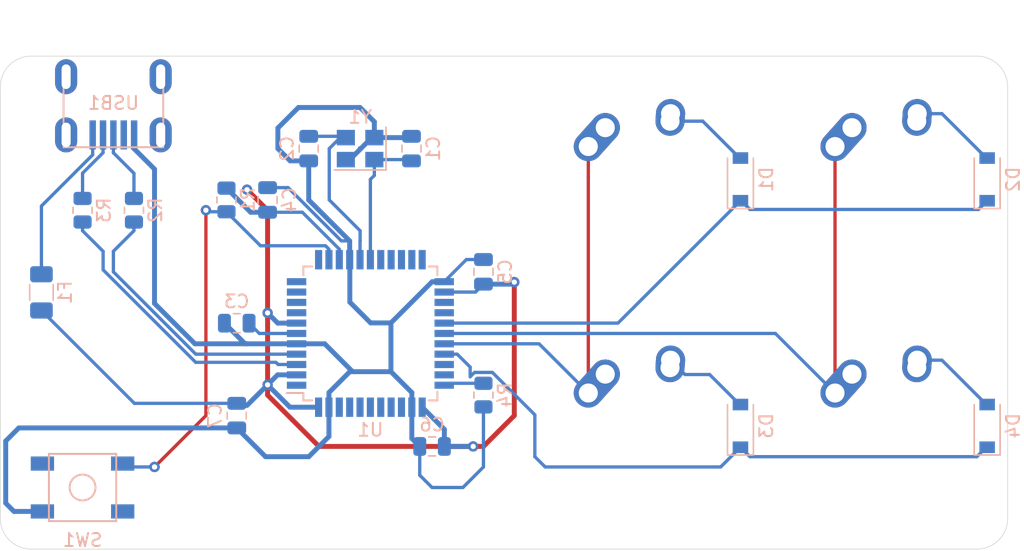
<source format=kicad_pcb>
(kicad_pcb (version 20171130) (host pcbnew "(5.1.8)-1")

  (general
    (thickness 1.6)
    (drawings 8)
    (tracks 193)
    (zones 0)
    (modules 24)
    (nets 45)
  )

  (page A4)
  (layers
    (0 F.Cu signal)
    (31 B.Cu signal)
    (32 B.Adhes user)
    (33 F.Adhes user)
    (34 B.Paste user)
    (35 F.Paste user)
    (36 B.SilkS user)
    (37 F.SilkS user)
    (38 B.Mask user)
    (39 F.Mask user)
    (40 Dwgs.User user)
    (41 Cmts.User user)
    (42 Eco1.User user)
    (43 Eco2.User user)
    (44 Edge.Cuts user)
    (45 Margin user)
    (46 B.CrtYd user)
    (47 F.CrtYd user)
    (48 B.Fab user)
    (49 F.Fab user)
  )

  (setup
    (last_trace_width 0.254)
    (trace_clearance 0.2)
    (zone_clearance 0.508)
    (zone_45_only no)
    (trace_min 0.2)
    (via_size 0.8)
    (via_drill 0.4)
    (via_min_size 0.4)
    (via_min_drill 0.3)
    (uvia_size 0.3)
    (uvia_drill 0.1)
    (uvias_allowed no)
    (uvia_min_size 0.2)
    (uvia_min_drill 0.1)
    (edge_width 0.05)
    (segment_width 0.2)
    (pcb_text_width 0.3)
    (pcb_text_size 1.5 1.5)
    (mod_edge_width 0.12)
    (mod_text_size 1 1)
    (mod_text_width 0.15)
    (pad_size 1.524 1.524)
    (pad_drill 0.762)
    (pad_to_mask_clearance 0)
    (aux_axis_origin 0 0)
    (visible_elements FFFFFF7F)
    (pcbplotparams
      (layerselection 0x010fc_ffffffff)
      (usegerberextensions false)
      (usegerberattributes true)
      (usegerberadvancedattributes true)
      (creategerberjobfile true)
      (excludeedgelayer true)
      (linewidth 0.100000)
      (plotframeref false)
      (viasonmask false)
      (mode 1)
      (useauxorigin false)
      (hpglpennumber 1)
      (hpglpenspeed 20)
      (hpglpendiameter 15.000000)
      (psnegative false)
      (psa4output false)
      (plotreference true)
      (plotvalue true)
      (plotinvisibletext false)
      (padsonsilk false)
      (subtractmaskfromsilk false)
      (outputformat 1)
      (mirror false)
      (drillshape 1)
      (scaleselection 1)
      (outputdirectory ""))
  )

  (net 0 "")
  (net 1 GND)
  (net 2 "Net-(C1-Pad1)")
  (net 3 "Net-(C2-Pad1)")
  (net 4 "Net-(C3-Pad1)")
  (net 5 +5V)
  (net 6 "Net-(D1-Pad2)")
  (net 7 ROW0)
  (net 8 "Net-(D2-Pad2)")
  (net 9 "Net-(D3-Pad2)")
  (net 10 ROW1)
  (net 11 "Net-(D4-Pad2)")
  (net 12 VCC)
  (net 13 COL0)
  (net 14 COL1)
  (net 15 "Net-(R1-Pad1)")
  (net 16 D+)
  (net 17 "Net-(R2-Pad1)")
  (net 18 D-)
  (net 19 "Net-(R3-Pad1)")
  (net 20 "Net-(R4-Pad2)")
  (net 21 "Net-(U1-Pad42)")
  (net 22 "Net-(U1-Pad41)")
  (net 23 "Net-(U1-Pad40)")
  (net 24 "Net-(U1-Pad39)")
  (net 25 "Net-(U1-Pad38)")
  (net 26 "Net-(U1-Pad37)")
  (net 27 "Net-(U1-Pad36)")
  (net 28 "Net-(U1-Pad32)")
  (net 29 "Net-(U1-Pad31)")
  (net 30 "Net-(U1-Pad26)")
  (net 31 "Net-(U1-Pad25)")
  (net 32 "Net-(U1-Pad22)")
  (net 33 "Net-(U1-Pad21)")
  (net 34 "Net-(U1-Pad20)")
  (net 35 "Net-(U1-Pad19)")
  (net 36 "Net-(U1-Pad18)")
  (net 37 "Net-(U1-Pad12)")
  (net 38 "Net-(U1-Pad11)")
  (net 39 "Net-(U1-Pad10)")
  (net 40 "Net-(U1-Pad9)")
  (net 41 "Net-(U1-Pad8)")
  (net 42 "Net-(U1-Pad1)")
  (net 43 "Net-(USB1-Pad6)")
  (net 44 "Net-(USB1-Pad2)")

  (net_class Default "This is the default net class."
    (clearance 0.2)
    (trace_width 0.254)
    (via_dia 0.8)
    (via_drill 0.4)
    (uvia_dia 0.3)
    (uvia_drill 0.1)
    (add_net COL0)
    (add_net COL1)
    (add_net D+)
    (add_net D-)
    (add_net "Net-(C1-Pad1)")
    (add_net "Net-(C2-Pad1)")
    (add_net "Net-(C3-Pad1)")
    (add_net "Net-(D1-Pad2)")
    (add_net "Net-(D2-Pad2)")
    (add_net "Net-(D3-Pad2)")
    (add_net "Net-(D4-Pad2)")
    (add_net "Net-(R1-Pad1)")
    (add_net "Net-(R2-Pad1)")
    (add_net "Net-(R3-Pad1)")
    (add_net "Net-(R4-Pad2)")
    (add_net "Net-(U1-Pad1)")
    (add_net "Net-(U1-Pad10)")
    (add_net "Net-(U1-Pad11)")
    (add_net "Net-(U1-Pad12)")
    (add_net "Net-(U1-Pad18)")
    (add_net "Net-(U1-Pad19)")
    (add_net "Net-(U1-Pad20)")
    (add_net "Net-(U1-Pad21)")
    (add_net "Net-(U1-Pad22)")
    (add_net "Net-(U1-Pad25)")
    (add_net "Net-(U1-Pad26)")
    (add_net "Net-(U1-Pad31)")
    (add_net "Net-(U1-Pad32)")
    (add_net "Net-(U1-Pad36)")
    (add_net "Net-(U1-Pad37)")
    (add_net "Net-(U1-Pad38)")
    (add_net "Net-(U1-Pad39)")
    (add_net "Net-(U1-Pad40)")
    (add_net "Net-(U1-Pad41)")
    (add_net "Net-(U1-Pad42)")
    (add_net "Net-(U1-Pad8)")
    (add_net "Net-(U1-Pad9)")
    (add_net "Net-(USB1-Pad2)")
    (add_net "Net-(USB1-Pad6)")
    (add_net ROW0)
    (add_net ROW1)
  )

  (net_class Power ""
    (clearance 0.2)
    (trace_width 0.381)
    (via_dia 0.8)
    (via_drill 0.4)
    (uvia_dia 0.3)
    (uvia_drill 0.1)
    (add_net +5V)
    (add_net GND)
    (add_net VCC)
  )

  (module Crystal:Crystal_SMD_3225-4Pin_3.2x2.5mm (layer B.Cu) (tedit 5A0FD1B2) (tstamp 5FC3EBD8)
    (at 203.2 28.575 180)
    (descr "SMD Crystal SERIES SMD3225/4 http://www.txccrystal.com/images/pdf/7m-accuracy.pdf, 3.2x2.5mm^2 package")
    (tags "SMD SMT crystal")
    (path /5FC6F0D5)
    (attr smd)
    (fp_text reference Y1 (at 0 2.45) (layer B.SilkS)
      (effects (font (size 1 1) (thickness 0.15)) (justify mirror))
    )
    (fp_text value Crystal_GND24_Small (at 0 -2.45) (layer B.Fab)
      (effects (font (size 1 1) (thickness 0.15)) (justify mirror))
    )
    (fp_text user %R (at 0 0) (layer B.Fab)
      (effects (font (size 0.7 0.7) (thickness 0.105)) (justify mirror))
    )
    (fp_line (start -1.6 1.25) (end -1.6 -1.25) (layer B.Fab) (width 0.1))
    (fp_line (start -1.6 -1.25) (end 1.6 -1.25) (layer B.Fab) (width 0.1))
    (fp_line (start 1.6 -1.25) (end 1.6 1.25) (layer B.Fab) (width 0.1))
    (fp_line (start 1.6 1.25) (end -1.6 1.25) (layer B.Fab) (width 0.1))
    (fp_line (start -1.6 -0.25) (end -0.6 -1.25) (layer B.Fab) (width 0.1))
    (fp_line (start -2 1.65) (end -2 -1.65) (layer B.SilkS) (width 0.12))
    (fp_line (start -2 -1.65) (end 2 -1.65) (layer B.SilkS) (width 0.12))
    (fp_line (start -2.1 1.7) (end -2.1 -1.7) (layer B.CrtYd) (width 0.05))
    (fp_line (start -2.1 -1.7) (end 2.1 -1.7) (layer B.CrtYd) (width 0.05))
    (fp_line (start 2.1 -1.7) (end 2.1 1.7) (layer B.CrtYd) (width 0.05))
    (fp_line (start 2.1 1.7) (end -2.1 1.7) (layer B.CrtYd) (width 0.05))
    (pad 4 smd rect (at -1.1 0.85 180) (size 1.4 1.2) (layers B.Cu B.Paste B.Mask)
      (net 1 GND))
    (pad 3 smd rect (at 1.1 0.85 180) (size 1.4 1.2) (layers B.Cu B.Paste B.Mask)
      (net 3 "Net-(C2-Pad1)"))
    (pad 2 smd rect (at 1.1 -0.85 180) (size 1.4 1.2) (layers B.Cu B.Paste B.Mask)
      (net 1 GND))
    (pad 1 smd rect (at -1.1 -0.85 180) (size 1.4 1.2) (layers B.Cu B.Paste B.Mask)
      (net 2 "Net-(C1-Pad1)"))
    (model ${KISYS3DMOD}/Crystal.3dshapes/Crystal_SMD_3225-4Pin_3.2x2.5mm.wrl
      (at (xyz 0 0 0))
      (scale (xyz 1 1 1))
      (rotate (xyz 0 0 0))
    )
  )

  (module random-keyboard-parts:Molex-0548190589 (layer B.Cu) (tedit 5C494815) (tstamp 5FC3EBC4)
    (at 184.15 23.01875 270)
    (path /5FC8352A)
    (attr smd)
    (fp_text reference USB1 (at 2.032 0) (layer B.SilkS)
      (effects (font (size 1 1) (thickness 0.15)) (justify mirror))
    )
    (fp_text value Molex-0548190589 (at -5.08 0) (layer Dwgs.User)
      (effects (font (size 1 1) (thickness 0.15)))
    )
    (fp_text user %R (at 2 0) (layer B.CrtYd)
      (effects (font (size 1 1) (thickness 0.15)) (justify mirror))
    )
    (fp_line (start -3.75 3.85) (end -3.75 -3.85) (layer Dwgs.User) (width 0.15))
    (fp_line (start -1.75 4.572) (end -1.75 -4.572) (layer Dwgs.User) (width 0.15))
    (fp_line (start -3.75 -3.85) (end 0 -3.85) (layer Dwgs.User) (width 0.15))
    (fp_line (start -3.75 3.85) (end 0 3.85) (layer Dwgs.User) (width 0.15))
    (fp_line (start 5.45 3.85) (end 5.45 -3.85) (layer B.SilkS) (width 0.15))
    (fp_line (start 0 -3.85) (end 5.45 -3.85) (layer B.SilkS) (width 0.15))
    (fp_line (start 0 3.85) (end 5.45 3.85) (layer B.SilkS) (width 0.15))
    (fp_line (start -3.75 3.75) (end 5.5 3.75) (layer B.CrtYd) (width 0.15))
    (fp_line (start 5.5 3.75) (end 5.5 -3.75) (layer B.CrtYd) (width 0.15))
    (fp_line (start 5.5 -3.75) (end -3.75 -3.75) (layer B.CrtYd) (width 0.15))
    (fp_line (start -3.75 -3.75) (end -3.75 3.75) (layer B.CrtYd) (width 0.15))
    (fp_line (start 5.5 2) (end 3.25 2) (layer B.CrtYd) (width 0.15))
    (fp_line (start 3.25 2) (end 3.25 -2) (layer B.CrtYd) (width 0.15))
    (fp_line (start 3.25 -2) (end 5.5 -2) (layer B.CrtYd) (width 0.15))
    (fp_line (start 5.5 -1.25) (end 3.25 -1.25) (layer B.CrtYd) (width 0.15))
    (fp_line (start 3.25 -0.5) (end 5.5 -0.5) (layer B.CrtYd) (width 0.15))
    (fp_line (start 5.5 0.5) (end 3.25 0.5) (layer B.CrtYd) (width 0.15))
    (fp_line (start 3.25 1.25) (end 5.5 1.25) (layer B.CrtYd) (width 0.15))
    (pad 6 thru_hole oval (at 0 3.65 270) (size 2.7 1.7) (drill oval 1.9 0.7) (layers *.Cu *.Mask)
      (net 43 "Net-(USB1-Pad6)"))
    (pad 6 thru_hole oval (at 0 -3.65 270) (size 2.7 1.7) (drill oval 1.9 0.7) (layers *.Cu *.Mask)
      (net 43 "Net-(USB1-Pad6)"))
    (pad 6 thru_hole oval (at 4.5 -3.65 270) (size 2.7 1.7) (drill oval 1.9 0.7) (layers *.Cu *.Mask)
      (net 43 "Net-(USB1-Pad6)"))
    (pad 6 thru_hole oval (at 4.5 3.65 270) (size 2.7 1.7) (drill oval 1.9 0.7) (layers *.Cu *.Mask)
      (net 43 "Net-(USB1-Pad6)"))
    (pad 5 smd rect (at 4.5 1.6 270) (size 2.25 0.5) (layers B.Cu B.Paste B.Mask)
      (net 12 VCC))
    (pad 4 smd rect (at 4.5 0.8 270) (size 2.25 0.5) (layers B.Cu B.Paste B.Mask)
      (net 18 D-))
    (pad 3 smd rect (at 4.5 0 270) (size 2.25 0.5) (layers B.Cu B.Paste B.Mask)
      (net 16 D+))
    (pad 2 smd rect (at 4.5 -0.8 270) (size 2.25 0.5) (layers B.Cu B.Paste B.Mask)
      (net 44 "Net-(USB1-Pad2)"))
    (pad 1 smd rect (at 4.5 -1.6 270) (size 2.25 0.5) (layers B.Cu B.Paste B.Mask)
      (net 1 GND))
  )

  (module Package_QFP:TQFP-44_10x10mm_P0.8mm (layer B.Cu) (tedit 5A02F146) (tstamp 5FC3EBA4)
    (at 203.99375 42.8625)
    (descr "44-Lead Plastic Thin Quad Flatpack (PT) - 10x10x1.0 mm Body [TQFP] (see Microchip Packaging Specification 00000049BS.pdf)")
    (tags "QFP 0.8")
    (path /5FC59ED7)
    (attr smd)
    (fp_text reference U1 (at 0 7.45) (layer B.SilkS)
      (effects (font (size 1 1) (thickness 0.15)) (justify mirror))
    )
    (fp_text value ATmega32U4-AU (at 0 -7.45) (layer B.Fab)
      (effects (font (size 1 1) (thickness 0.15)) (justify mirror))
    )
    (fp_text user %R (at 0 0) (layer B.Fab)
      (effects (font (size 1 1) (thickness 0.15)) (justify mirror))
    )
    (fp_line (start -4 5) (end 5 5) (layer B.Fab) (width 0.15))
    (fp_line (start 5 5) (end 5 -5) (layer B.Fab) (width 0.15))
    (fp_line (start 5 -5) (end -5 -5) (layer B.Fab) (width 0.15))
    (fp_line (start -5 -5) (end -5 4) (layer B.Fab) (width 0.15))
    (fp_line (start -5 4) (end -4 5) (layer B.Fab) (width 0.15))
    (fp_line (start -6.7 6.7) (end -6.7 -6.7) (layer B.CrtYd) (width 0.05))
    (fp_line (start 6.7 6.7) (end 6.7 -6.7) (layer B.CrtYd) (width 0.05))
    (fp_line (start -6.7 6.7) (end 6.7 6.7) (layer B.CrtYd) (width 0.05))
    (fp_line (start -6.7 -6.7) (end 6.7 -6.7) (layer B.CrtYd) (width 0.05))
    (fp_line (start -5.175 5.175) (end -5.175 4.6) (layer B.SilkS) (width 0.15))
    (fp_line (start 5.175 5.175) (end 5.175 4.5) (layer B.SilkS) (width 0.15))
    (fp_line (start 5.175 -5.175) (end 5.175 -4.5) (layer B.SilkS) (width 0.15))
    (fp_line (start -5.175 -5.175) (end -5.175 -4.5) (layer B.SilkS) (width 0.15))
    (fp_line (start -5.175 5.175) (end -4.5 5.175) (layer B.SilkS) (width 0.15))
    (fp_line (start -5.175 -5.175) (end -4.5 -5.175) (layer B.SilkS) (width 0.15))
    (fp_line (start 5.175 -5.175) (end 4.5 -5.175) (layer B.SilkS) (width 0.15))
    (fp_line (start 5.175 5.175) (end 4.5 5.175) (layer B.SilkS) (width 0.15))
    (fp_line (start -5.175 4.6) (end -6.45 4.6) (layer B.SilkS) (width 0.15))
    (pad 44 smd rect (at -4 5.7 270) (size 1.5 0.55) (layers B.Cu B.Paste B.Mask)
      (net 5 +5V))
    (pad 43 smd rect (at -3.2 5.7 270) (size 1.5 0.55) (layers B.Cu B.Paste B.Mask)
      (net 1 GND))
    (pad 42 smd rect (at -2.4 5.7 270) (size 1.5 0.55) (layers B.Cu B.Paste B.Mask)
      (net 21 "Net-(U1-Pad42)"))
    (pad 41 smd rect (at -1.6 5.7 270) (size 1.5 0.55) (layers B.Cu B.Paste B.Mask)
      (net 22 "Net-(U1-Pad41)"))
    (pad 40 smd rect (at -0.8 5.7 270) (size 1.5 0.55) (layers B.Cu B.Paste B.Mask)
      (net 23 "Net-(U1-Pad40)"))
    (pad 39 smd rect (at 0 5.7 270) (size 1.5 0.55) (layers B.Cu B.Paste B.Mask)
      (net 24 "Net-(U1-Pad39)"))
    (pad 38 smd rect (at 0.8 5.7 270) (size 1.5 0.55) (layers B.Cu B.Paste B.Mask)
      (net 25 "Net-(U1-Pad38)"))
    (pad 37 smd rect (at 1.6 5.7 270) (size 1.5 0.55) (layers B.Cu B.Paste B.Mask)
      (net 26 "Net-(U1-Pad37)"))
    (pad 36 smd rect (at 2.4 5.7 270) (size 1.5 0.55) (layers B.Cu B.Paste B.Mask)
      (net 27 "Net-(U1-Pad36)"))
    (pad 35 smd rect (at 3.2 5.7 270) (size 1.5 0.55) (layers B.Cu B.Paste B.Mask)
      (net 1 GND))
    (pad 34 smd rect (at 4 5.7 270) (size 1.5 0.55) (layers B.Cu B.Paste B.Mask)
      (net 5 +5V))
    (pad 33 smd rect (at 5.7 4) (size 1.5 0.55) (layers B.Cu B.Paste B.Mask)
      (net 20 "Net-(R4-Pad2)"))
    (pad 32 smd rect (at 5.7 3.2) (size 1.5 0.55) (layers B.Cu B.Paste B.Mask)
      (net 28 "Net-(U1-Pad32)"))
    (pad 31 smd rect (at 5.7 2.4) (size 1.5 0.55) (layers B.Cu B.Paste B.Mask)
      (net 29 "Net-(U1-Pad31)"))
    (pad 30 smd rect (at 5.7 1.6) (size 1.5 0.55) (layers B.Cu B.Paste B.Mask)
      (net 10 ROW1))
    (pad 29 smd rect (at 5.7 0.8) (size 1.5 0.55) (layers B.Cu B.Paste B.Mask)
      (net 13 COL0))
    (pad 28 smd rect (at 5.7 0) (size 1.5 0.55) (layers B.Cu B.Paste B.Mask)
      (net 14 COL1))
    (pad 27 smd rect (at 5.7 -0.8) (size 1.5 0.55) (layers B.Cu B.Paste B.Mask)
      (net 7 ROW0))
    (pad 26 smd rect (at 5.7 -1.6) (size 1.5 0.55) (layers B.Cu B.Paste B.Mask)
      (net 30 "Net-(U1-Pad26)"))
    (pad 25 smd rect (at 5.7 -2.4) (size 1.5 0.55) (layers B.Cu B.Paste B.Mask)
      (net 31 "Net-(U1-Pad25)"))
    (pad 24 smd rect (at 5.7 -3.2) (size 1.5 0.55) (layers B.Cu B.Paste B.Mask)
      (net 5 +5V))
    (pad 23 smd rect (at 5.7 -4) (size 1.5 0.55) (layers B.Cu B.Paste B.Mask)
      (net 1 GND))
    (pad 22 smd rect (at 4 -5.7 270) (size 1.5 0.55) (layers B.Cu B.Paste B.Mask)
      (net 32 "Net-(U1-Pad22)"))
    (pad 21 smd rect (at 3.2 -5.7 270) (size 1.5 0.55) (layers B.Cu B.Paste B.Mask)
      (net 33 "Net-(U1-Pad21)"))
    (pad 20 smd rect (at 2.4 -5.7 270) (size 1.5 0.55) (layers B.Cu B.Paste B.Mask)
      (net 34 "Net-(U1-Pad20)"))
    (pad 19 smd rect (at 1.6 -5.7 270) (size 1.5 0.55) (layers B.Cu B.Paste B.Mask)
      (net 35 "Net-(U1-Pad19)"))
    (pad 18 smd rect (at 0.8 -5.7 270) (size 1.5 0.55) (layers B.Cu B.Paste B.Mask)
      (net 36 "Net-(U1-Pad18)"))
    (pad 17 smd rect (at 0 -5.7 270) (size 1.5 0.55) (layers B.Cu B.Paste B.Mask)
      (net 2 "Net-(C1-Pad1)"))
    (pad 16 smd rect (at -0.8 -5.7 270) (size 1.5 0.55) (layers B.Cu B.Paste B.Mask)
      (net 3 "Net-(C2-Pad1)"))
    (pad 15 smd rect (at -1.6 -5.7 270) (size 1.5 0.55) (layers B.Cu B.Paste B.Mask)
      (net 1 GND))
    (pad 14 smd rect (at -2.4 -5.7 270) (size 1.5 0.55) (layers B.Cu B.Paste B.Mask)
      (net 5 +5V))
    (pad 13 smd rect (at -3.2 -5.7 270) (size 1.5 0.55) (layers B.Cu B.Paste B.Mask)
      (net 15 "Net-(R1-Pad1)"))
    (pad 12 smd rect (at -4 -5.7 270) (size 1.5 0.55) (layers B.Cu B.Paste B.Mask)
      (net 37 "Net-(U1-Pad12)"))
    (pad 11 smd rect (at -5.7 -4) (size 1.5 0.55) (layers B.Cu B.Paste B.Mask)
      (net 38 "Net-(U1-Pad11)"))
    (pad 10 smd rect (at -5.7 -3.2) (size 1.5 0.55) (layers B.Cu B.Paste B.Mask)
      (net 39 "Net-(U1-Pad10)"))
    (pad 9 smd rect (at -5.7 -2.4) (size 1.5 0.55) (layers B.Cu B.Paste B.Mask)
      (net 40 "Net-(U1-Pad9)"))
    (pad 8 smd rect (at -5.7 -1.6) (size 1.5 0.55) (layers B.Cu B.Paste B.Mask)
      (net 41 "Net-(U1-Pad8)"))
    (pad 7 smd rect (at -5.7 -0.8) (size 1.5 0.55) (layers B.Cu B.Paste B.Mask)
      (net 5 +5V))
    (pad 6 smd rect (at -5.7 0) (size 1.5 0.55) (layers B.Cu B.Paste B.Mask)
      (net 4 "Net-(C3-Pad1)"))
    (pad 5 smd rect (at -5.7 0.8) (size 1.5 0.55) (layers B.Cu B.Paste B.Mask)
      (net 1 GND))
    (pad 4 smd rect (at -5.7 1.6) (size 1.5 0.55) (layers B.Cu B.Paste B.Mask)
      (net 17 "Net-(R2-Pad1)"))
    (pad 3 smd rect (at -5.7 2.4) (size 1.5 0.55) (layers B.Cu B.Paste B.Mask)
      (net 19 "Net-(R3-Pad1)"))
    (pad 2 smd rect (at -5.7 3.2) (size 1.5 0.55) (layers B.Cu B.Paste B.Mask)
      (net 5 +5V))
    (pad 1 smd rect (at -5.7 4) (size 1.5 0.55) (layers B.Cu B.Paste B.Mask)
      (net 42 "Net-(U1-Pad1)"))
    (model ${KISYS3DMOD}/Package_QFP.3dshapes/TQFP-44_10x10mm_P0.8mm.wrl
      (at (xyz 0 0 0))
      (scale (xyz 1 1 1))
      (rotate (xyz 0 0 0))
    )
  )

  (module random-keyboard-parts:SKQG-1155865 (layer B.Cu) (tedit 5E62B398) (tstamp 5FC3EB61)
    (at 181.76875 54.76875 180)
    (path /5FC794CF)
    (attr smd)
    (fp_text reference SW1 (at 0 -4.064) (layer B.SilkS)
      (effects (font (size 1 1) (thickness 0.15)) (justify mirror))
    )
    (fp_text value SW_Push (at 0 4.064) (layer B.Fab)
      (effects (font (size 1 1) (thickness 0.15)) (justify mirror))
    )
    (fp_line (start -2.6 -1.1) (end -1.1 -2.6) (layer B.Fab) (width 0.15))
    (fp_line (start 2.6 -1.1) (end 1.1 -2.6) (layer B.Fab) (width 0.15))
    (fp_line (start 2.6 1.1) (end 1.1 2.6) (layer B.Fab) (width 0.15))
    (fp_line (start -2.6 1.1) (end -1.1 2.6) (layer B.Fab) (width 0.15))
    (fp_circle (center 0 0) (end 1 0) (layer B.Fab) (width 0.15))
    (fp_line (start -4.2 1.1) (end -4.2 2.6) (layer B.Fab) (width 0.15))
    (fp_line (start -2.6 1.1) (end -4.2 1.1) (layer B.Fab) (width 0.15))
    (fp_line (start -2.6 -1.1) (end -2.6 1.1) (layer B.Fab) (width 0.15))
    (fp_line (start -4.2 -1.1) (end -2.6 -1.1) (layer B.Fab) (width 0.15))
    (fp_line (start -4.2 -2.6) (end -4.2 -1.1) (layer B.Fab) (width 0.15))
    (fp_line (start 4.2 -2.6) (end -4.2 -2.6) (layer B.Fab) (width 0.15))
    (fp_line (start 4.2 -1.1) (end 4.2 -2.6) (layer B.Fab) (width 0.15))
    (fp_line (start 2.6 -1.1) (end 4.2 -1.1) (layer B.Fab) (width 0.15))
    (fp_line (start 2.6 1.1) (end 2.6 -1.1) (layer B.Fab) (width 0.15))
    (fp_line (start 4.2 1.1) (end 2.6 1.1) (layer B.Fab) (width 0.15))
    (fp_line (start 4.2 2.6) (end 4.2 1.2) (layer B.Fab) (width 0.15))
    (fp_line (start -4.2 2.6) (end 4.2 2.6) (layer B.Fab) (width 0.15))
    (fp_circle (center 0 0) (end 1 0) (layer B.SilkS) (width 0.15))
    (fp_line (start -2.6 -2.6) (end -2.6 2.6) (layer B.SilkS) (width 0.15))
    (fp_line (start 2.6 -2.6) (end -2.6 -2.6) (layer B.SilkS) (width 0.15))
    (fp_line (start 2.6 2.6) (end 2.6 -2.6) (layer B.SilkS) (width 0.15))
    (fp_line (start -2.6 2.6) (end 2.6 2.6) (layer B.SilkS) (width 0.15))
    (pad 4 smd rect (at -3.1 -1.85 180) (size 1.8 1.1) (layers B.Cu B.Paste B.Mask))
    (pad 3 smd rect (at 3.1 1.85 180) (size 1.8 1.1) (layers B.Cu B.Paste B.Mask))
    (pad 2 smd rect (at -3.1 1.85 180) (size 1.8 1.1) (layers B.Cu B.Paste B.Mask)
      (net 15 "Net-(R1-Pad1)"))
    (pad 1 smd rect (at 3.1 -1.85 180) (size 1.8 1.1) (layers B.Cu B.Paste B.Mask)
      (net 1 GND))
    (model ${KISYS3DMOD}/Button_Switch_SMD.3dshapes/SW_SPST_TL3342.step
      (at (xyz 0 0 0))
      (scale (xyz 1 1 1))
      (rotate (xyz 0 0 0))
    )
  )

  (module Resistor_SMD:R_0805_2012Metric (layer B.Cu) (tedit 5F68FEEE) (tstamp 5FC3EB43)
    (at 212.725 47.625 90)
    (descr "Resistor SMD 0805 (2012 Metric), square (rectangular) end terminal, IPC_7351 nominal, (Body size source: IPC-SM-782 page 72, https://www.pcb-3d.com/wordpress/wp-content/uploads/ipc-sm-782a_amendment_1_and_2.pdf), generated with kicad-footprint-generator")
    (tags resistor)
    (path /5FC5E177)
    (attr smd)
    (fp_text reference R4 (at 0 1.65 90) (layer B.SilkS)
      (effects (font (size 1 1) (thickness 0.15)) (justify mirror))
    )
    (fp_text value 10k (at 0 -1.65 90) (layer B.Fab)
      (effects (font (size 1 1) (thickness 0.15)) (justify mirror))
    )
    (fp_text user %R (at 0 0 90) (layer B.Fab)
      (effects (font (size 0.5 0.5) (thickness 0.08)) (justify mirror))
    )
    (fp_line (start -1 -0.625) (end -1 0.625) (layer B.Fab) (width 0.1))
    (fp_line (start -1 0.625) (end 1 0.625) (layer B.Fab) (width 0.1))
    (fp_line (start 1 0.625) (end 1 -0.625) (layer B.Fab) (width 0.1))
    (fp_line (start 1 -0.625) (end -1 -0.625) (layer B.Fab) (width 0.1))
    (fp_line (start -0.227064 0.735) (end 0.227064 0.735) (layer B.SilkS) (width 0.12))
    (fp_line (start -0.227064 -0.735) (end 0.227064 -0.735) (layer B.SilkS) (width 0.12))
    (fp_line (start -1.68 -0.95) (end -1.68 0.95) (layer B.CrtYd) (width 0.05))
    (fp_line (start -1.68 0.95) (end 1.68 0.95) (layer B.CrtYd) (width 0.05))
    (fp_line (start 1.68 0.95) (end 1.68 -0.95) (layer B.CrtYd) (width 0.05))
    (fp_line (start 1.68 -0.95) (end -1.68 -0.95) (layer B.CrtYd) (width 0.05))
    (pad 2 smd roundrect (at 0.9125 0 90) (size 1.025 1.4) (layers B.Cu B.Paste B.Mask) (roundrect_rratio 0.243902)
      (net 20 "Net-(R4-Pad2)"))
    (pad 1 smd roundrect (at -0.9125 0 90) (size 1.025 1.4) (layers B.Cu B.Paste B.Mask) (roundrect_rratio 0.243902)
      (net 1 GND))
    (model ${KISYS3DMOD}/Resistor_SMD.3dshapes/R_0805_2012Metric.wrl
      (at (xyz 0 0 0))
      (scale (xyz 1 1 1))
      (rotate (xyz 0 0 0))
    )
  )

  (module Resistor_SMD:R_0805_2012Metric (layer B.Cu) (tedit 5F68FEEE) (tstamp 5FC3EB32)
    (at 181.76875 33.3375 90)
    (descr "Resistor SMD 0805 (2012 Metric), square (rectangular) end terminal, IPC_7351 nominal, (Body size source: IPC-SM-782 page 72, https://www.pcb-3d.com/wordpress/wp-content/uploads/ipc-sm-782a_amendment_1_and_2.pdf), generated with kicad-footprint-generator")
    (tags resistor)
    (path /5FC5FE5B)
    (attr smd)
    (fp_text reference R3 (at 0 1.65 270) (layer B.SilkS)
      (effects (font (size 1 1) (thickness 0.15)) (justify mirror))
    )
    (fp_text value 22 (at 0 -1.65 270) (layer B.Fab)
      (effects (font (size 1 1) (thickness 0.15)) (justify mirror))
    )
    (fp_text user %R (at 0 0 270) (layer B.Fab)
      (effects (font (size 0.5 0.5) (thickness 0.08)) (justify mirror))
    )
    (fp_line (start -1 -0.625) (end -1 0.625) (layer B.Fab) (width 0.1))
    (fp_line (start -1 0.625) (end 1 0.625) (layer B.Fab) (width 0.1))
    (fp_line (start 1 0.625) (end 1 -0.625) (layer B.Fab) (width 0.1))
    (fp_line (start 1 -0.625) (end -1 -0.625) (layer B.Fab) (width 0.1))
    (fp_line (start -0.227064 0.735) (end 0.227064 0.735) (layer B.SilkS) (width 0.12))
    (fp_line (start -0.227064 -0.735) (end 0.227064 -0.735) (layer B.SilkS) (width 0.12))
    (fp_line (start -1.68 -0.95) (end -1.68 0.95) (layer B.CrtYd) (width 0.05))
    (fp_line (start -1.68 0.95) (end 1.68 0.95) (layer B.CrtYd) (width 0.05))
    (fp_line (start 1.68 0.95) (end 1.68 -0.95) (layer B.CrtYd) (width 0.05))
    (fp_line (start 1.68 -0.95) (end -1.68 -0.95) (layer B.CrtYd) (width 0.05))
    (pad 2 smd roundrect (at 0.9125 0 90) (size 1.025 1.4) (layers B.Cu B.Paste B.Mask) (roundrect_rratio 0.243902)
      (net 18 D-))
    (pad 1 smd roundrect (at -0.9125 0 90) (size 1.025 1.4) (layers B.Cu B.Paste B.Mask) (roundrect_rratio 0.243902)
      (net 19 "Net-(R3-Pad1)"))
    (model ${KISYS3DMOD}/Resistor_SMD.3dshapes/R_0805_2012Metric.wrl
      (at (xyz 0 0 0))
      (scale (xyz 1 1 1))
      (rotate (xyz 0 0 0))
    )
  )

  (module Resistor_SMD:R_0805_2012Metric (layer B.Cu) (tedit 5F68FEEE) (tstamp 5FC3EB21)
    (at 185.7375 33.3375 90)
    (descr "Resistor SMD 0805 (2012 Metric), square (rectangular) end terminal, IPC_7351 nominal, (Body size source: IPC-SM-782 page 72, https://www.pcb-3d.com/wordpress/wp-content/uploads/ipc-sm-782a_amendment_1_and_2.pdf), generated with kicad-footprint-generator")
    (tags resistor)
    (path /5FC5F983)
    (attr smd)
    (fp_text reference R2 (at 0 1.65 90) (layer B.SilkS)
      (effects (font (size 1 1) (thickness 0.15)) (justify mirror))
    )
    (fp_text value 22 (at 0 -1.65 90) (layer B.Fab)
      (effects (font (size 1 1) (thickness 0.15)) (justify mirror))
    )
    (fp_text user %R (at 0 0 90) (layer B.Fab)
      (effects (font (size 0.5 0.5) (thickness 0.08)) (justify mirror))
    )
    (fp_line (start -1 -0.625) (end -1 0.625) (layer B.Fab) (width 0.1))
    (fp_line (start -1 0.625) (end 1 0.625) (layer B.Fab) (width 0.1))
    (fp_line (start 1 0.625) (end 1 -0.625) (layer B.Fab) (width 0.1))
    (fp_line (start 1 -0.625) (end -1 -0.625) (layer B.Fab) (width 0.1))
    (fp_line (start -0.227064 0.735) (end 0.227064 0.735) (layer B.SilkS) (width 0.12))
    (fp_line (start -0.227064 -0.735) (end 0.227064 -0.735) (layer B.SilkS) (width 0.12))
    (fp_line (start -1.68 -0.95) (end -1.68 0.95) (layer B.CrtYd) (width 0.05))
    (fp_line (start -1.68 0.95) (end 1.68 0.95) (layer B.CrtYd) (width 0.05))
    (fp_line (start 1.68 0.95) (end 1.68 -0.95) (layer B.CrtYd) (width 0.05))
    (fp_line (start 1.68 -0.95) (end -1.68 -0.95) (layer B.CrtYd) (width 0.05))
    (pad 2 smd roundrect (at 0.9125 0 90) (size 1.025 1.4) (layers B.Cu B.Paste B.Mask) (roundrect_rratio 0.243902)
      (net 16 D+))
    (pad 1 smd roundrect (at -0.9125 0 90) (size 1.025 1.4) (layers B.Cu B.Paste B.Mask) (roundrect_rratio 0.243902)
      (net 17 "Net-(R2-Pad1)"))
    (model ${KISYS3DMOD}/Resistor_SMD.3dshapes/R_0805_2012Metric.wrl
      (at (xyz 0 0 0))
      (scale (xyz 1 1 1))
      (rotate (xyz 0 0 0))
    )
  )

  (module Resistor_SMD:R_0805_2012Metric (layer B.Cu) (tedit 5F68FEEE) (tstamp 5FC3EB10)
    (at 192.88125 32.54375 90)
    (descr "Resistor SMD 0805 (2012 Metric), square (rectangular) end terminal, IPC_7351 nominal, (Body size source: IPC-SM-782 page 72, https://www.pcb-3d.com/wordpress/wp-content/uploads/ipc-sm-782a_amendment_1_and_2.pdf), generated with kicad-footprint-generator")
    (tags resistor)
    (path /5FC7B820)
    (attr smd)
    (fp_text reference R1 (at 0 1.65 90) (layer B.SilkS)
      (effects (font (size 1 1) (thickness 0.15)) (justify mirror))
    )
    (fp_text value 10k (at 0 -1.65 90) (layer B.Fab)
      (effects (font (size 1 1) (thickness 0.15)) (justify mirror))
    )
    (fp_text user %R (at 0 0 90) (layer B.Fab)
      (effects (font (size 0.5 0.5) (thickness 0.08)) (justify mirror))
    )
    (fp_line (start -1 -0.625) (end -1 0.625) (layer B.Fab) (width 0.1))
    (fp_line (start -1 0.625) (end 1 0.625) (layer B.Fab) (width 0.1))
    (fp_line (start 1 0.625) (end 1 -0.625) (layer B.Fab) (width 0.1))
    (fp_line (start 1 -0.625) (end -1 -0.625) (layer B.Fab) (width 0.1))
    (fp_line (start -0.227064 0.735) (end 0.227064 0.735) (layer B.SilkS) (width 0.12))
    (fp_line (start -0.227064 -0.735) (end 0.227064 -0.735) (layer B.SilkS) (width 0.12))
    (fp_line (start -1.68 -0.95) (end -1.68 0.95) (layer B.CrtYd) (width 0.05))
    (fp_line (start -1.68 0.95) (end 1.68 0.95) (layer B.CrtYd) (width 0.05))
    (fp_line (start 1.68 0.95) (end 1.68 -0.95) (layer B.CrtYd) (width 0.05))
    (fp_line (start 1.68 -0.95) (end -1.68 -0.95) (layer B.CrtYd) (width 0.05))
    (pad 2 smd roundrect (at 0.9125 0 90) (size 1.025 1.4) (layers B.Cu B.Paste B.Mask) (roundrect_rratio 0.243902)
      (net 5 +5V))
    (pad 1 smd roundrect (at -0.9125 0 90) (size 1.025 1.4) (layers B.Cu B.Paste B.Mask) (roundrect_rratio 0.243902)
      (net 15 "Net-(R1-Pad1)"))
    (model ${KISYS3DMOD}/Resistor_SMD.3dshapes/R_0805_2012Metric.wrl
      (at (xyz 0 0 0))
      (scale (xyz 1 1 1))
      (rotate (xyz 0 0 0))
    )
  )

  (module MX_Alps_Hybrid:MX-1U-NoLED (layer F.Cu) (tedit 5A9F5203) (tstamp 5FC414D0)
    (at 243.68125 50.00625)
    (path /5FC96FEC)
    (fp_text reference MX4 (at 0 3.175) (layer Dwgs.User)
      (effects (font (size 1 1) (thickness 0.15)))
    )
    (fp_text value MX-NoLED (at 0 -7.9375) (layer Dwgs.User)
      (effects (font (size 1 1) (thickness 0.15)))
    )
    (fp_line (start 5 -7) (end 7 -7) (layer Dwgs.User) (width 0.15))
    (fp_line (start 7 -7) (end 7 -5) (layer Dwgs.User) (width 0.15))
    (fp_line (start 5 7) (end 7 7) (layer Dwgs.User) (width 0.15))
    (fp_line (start 7 7) (end 7 5) (layer Dwgs.User) (width 0.15))
    (fp_line (start -7 5) (end -7 7) (layer Dwgs.User) (width 0.15))
    (fp_line (start -7 7) (end -5 7) (layer Dwgs.User) (width 0.15))
    (fp_line (start -5 -7) (end -7 -7) (layer Dwgs.User) (width 0.15))
    (fp_line (start -7 -7) (end -7 -5) (layer Dwgs.User) (width 0.15))
    (fp_line (start -9.525 -9.525) (end 9.525 -9.525) (layer Dwgs.User) (width 0.15))
    (fp_line (start 9.525 -9.525) (end 9.525 9.525) (layer Dwgs.User) (width 0.15))
    (fp_line (start 9.525 9.525) (end -9.525 9.525) (layer Dwgs.User) (width 0.15))
    (fp_line (start -9.525 9.525) (end -9.525 -9.525) (layer Dwgs.User) (width 0.15))
    (pad "" np_thru_hole circle (at 5.08 0 48.0996) (size 1.75 1.75) (drill 1.75) (layers *.Cu *.Mask))
    (pad "" np_thru_hole circle (at -5.08 0 48.0996) (size 1.75 1.75) (drill 1.75) (layers *.Cu *.Mask))
    (pad 1 thru_hole circle (at -2.5 -4) (size 2.25 2.25) (drill 1.47) (layers *.Cu B.Mask)
      (net 14 COL1))
    (pad "" np_thru_hole circle (at 0 0) (size 3.9878 3.9878) (drill 3.9878) (layers *.Cu *.Mask))
    (pad 1 thru_hole oval (at -3.81 -2.54 48.0996) (size 4.211556 2.25) (drill 1.47 (offset 0.980778 0)) (layers *.Cu B.Mask)
      (net 14 COL1))
    (pad 2 thru_hole circle (at 2.54 -5.08) (size 2.25 2.25) (drill 1.47) (layers *.Cu B.Mask)
      (net 11 "Net-(D4-Pad2)"))
    (pad 2 thru_hole oval (at 2.5 -4.5 86.0548) (size 2.831378 2.25) (drill 1.47 (offset 0.290689 0)) (layers *.Cu B.Mask)
      (net 11 "Net-(D4-Pad2)"))
  )

  (module MX_Alps_Hybrid:MX-1U-NoLED (layer F.Cu) (tedit 5A9F5203) (tstamp 5FC3EAE8)
    (at 224.63125 50.00625)
    (path /5FC95B72)
    (fp_text reference MX3 (at 0 3.175) (layer Dwgs.User)
      (effects (font (size 1 1) (thickness 0.15)))
    )
    (fp_text value MX-NoLED (at 0 -7.9375) (layer Dwgs.User)
      (effects (font (size 1 1) (thickness 0.15)))
    )
    (fp_line (start 5 -7) (end 7 -7) (layer Dwgs.User) (width 0.15))
    (fp_line (start 7 -7) (end 7 -5) (layer Dwgs.User) (width 0.15))
    (fp_line (start 5 7) (end 7 7) (layer Dwgs.User) (width 0.15))
    (fp_line (start 7 7) (end 7 5) (layer Dwgs.User) (width 0.15))
    (fp_line (start -7 5) (end -7 7) (layer Dwgs.User) (width 0.15))
    (fp_line (start -7 7) (end -5 7) (layer Dwgs.User) (width 0.15))
    (fp_line (start -5 -7) (end -7 -7) (layer Dwgs.User) (width 0.15))
    (fp_line (start -7 -7) (end -7 -5) (layer Dwgs.User) (width 0.15))
    (fp_line (start -9.525 -9.525) (end 9.525 -9.525) (layer Dwgs.User) (width 0.15))
    (fp_line (start 9.525 -9.525) (end 9.525 9.525) (layer Dwgs.User) (width 0.15))
    (fp_line (start 9.525 9.525) (end -9.525 9.525) (layer Dwgs.User) (width 0.15))
    (fp_line (start -9.525 9.525) (end -9.525 -9.525) (layer Dwgs.User) (width 0.15))
    (pad "" np_thru_hole circle (at 5.08 0 48.0996) (size 1.75 1.75) (drill 1.75) (layers *.Cu *.Mask))
    (pad "" np_thru_hole circle (at -5.08 0 48.0996) (size 1.75 1.75) (drill 1.75) (layers *.Cu *.Mask))
    (pad 1 thru_hole circle (at -2.5 -4) (size 2.25 2.25) (drill 1.47) (layers *.Cu B.Mask)
      (net 13 COL0))
    (pad "" np_thru_hole circle (at 0 0) (size 3.9878 3.9878) (drill 3.9878) (layers *.Cu *.Mask))
    (pad 1 thru_hole oval (at -3.81 -2.54 48.0996) (size 4.211556 2.25) (drill 1.47 (offset 0.980778 0)) (layers *.Cu B.Mask)
      (net 13 COL0))
    (pad 2 thru_hole circle (at 2.54 -5.08) (size 2.25 2.25) (drill 1.47) (layers *.Cu B.Mask)
      (net 9 "Net-(D3-Pad2)"))
    (pad 2 thru_hole oval (at 2.5 -4.5 86.0548) (size 2.831378 2.25) (drill 1.47 (offset 0.290689 0)) (layers *.Cu B.Mask)
      (net 9 "Net-(D3-Pad2)"))
  )

  (module MX_Alps_Hybrid:MX-1U-NoLED (layer F.Cu) (tedit 5A9F5203) (tstamp 5FC3EAD1)
    (at 243.68125 30.95625)
    (path /5FC94A29)
    (fp_text reference MX2 (at 0 3.175) (layer Dwgs.User)
      (effects (font (size 1 1) (thickness 0.15)))
    )
    (fp_text value MX-NoLED (at 0 -7.9375) (layer Dwgs.User)
      (effects (font (size 1 1) (thickness 0.15)))
    )
    (fp_line (start 5 -7) (end 7 -7) (layer Dwgs.User) (width 0.15))
    (fp_line (start 7 -7) (end 7 -5) (layer Dwgs.User) (width 0.15))
    (fp_line (start 5 7) (end 7 7) (layer Dwgs.User) (width 0.15))
    (fp_line (start 7 7) (end 7 5) (layer Dwgs.User) (width 0.15))
    (fp_line (start -7 5) (end -7 7) (layer Dwgs.User) (width 0.15))
    (fp_line (start -7 7) (end -5 7) (layer Dwgs.User) (width 0.15))
    (fp_line (start -5 -7) (end -7 -7) (layer Dwgs.User) (width 0.15))
    (fp_line (start -7 -7) (end -7 -5) (layer Dwgs.User) (width 0.15))
    (fp_line (start -9.525 -9.525) (end 9.525 -9.525) (layer Dwgs.User) (width 0.15))
    (fp_line (start 9.525 -9.525) (end 9.525 9.525) (layer Dwgs.User) (width 0.15))
    (fp_line (start 9.525 9.525) (end -9.525 9.525) (layer Dwgs.User) (width 0.15))
    (fp_line (start -9.525 9.525) (end -9.525 -9.525) (layer Dwgs.User) (width 0.15))
    (pad "" np_thru_hole circle (at 5.08 0 48.0996) (size 1.75 1.75) (drill 1.75) (layers *.Cu *.Mask))
    (pad "" np_thru_hole circle (at -5.08 0 48.0996) (size 1.75 1.75) (drill 1.75) (layers *.Cu *.Mask))
    (pad 1 thru_hole circle (at -2.5 -4) (size 2.25 2.25) (drill 1.47) (layers *.Cu B.Mask)
      (net 14 COL1))
    (pad "" np_thru_hole circle (at 0 0) (size 3.9878 3.9878) (drill 3.9878) (layers *.Cu *.Mask))
    (pad 1 thru_hole oval (at -3.81 -2.54 48.0996) (size 4.211556 2.25) (drill 1.47 (offset 0.980778 0)) (layers *.Cu B.Mask)
      (net 14 COL1))
    (pad 2 thru_hole circle (at 2.54 -5.08) (size 2.25 2.25) (drill 1.47) (layers *.Cu B.Mask)
      (net 8 "Net-(D2-Pad2)"))
    (pad 2 thru_hole oval (at 2.5 -4.5 86.0548) (size 2.831378 2.25) (drill 1.47 (offset 0.290689 0)) (layers *.Cu B.Mask)
      (net 8 "Net-(D2-Pad2)"))
  )

  (module MX_Alps_Hybrid:MX-1U-NoLED (layer F.Cu) (tedit 5A9F5203) (tstamp 5FC4189A)
    (at 224.63125 30.95625)
    (path /5FC8BDA6)
    (fp_text reference MX1 (at 0 3.175) (layer Dwgs.User)
      (effects (font (size 1 1) (thickness 0.15)))
    )
    (fp_text value MX-NoLED (at 0 -7.9375) (layer Dwgs.User)
      (effects (font (size 1 1) (thickness 0.15)))
    )
    (fp_line (start 5 -7) (end 7 -7) (layer Dwgs.User) (width 0.15))
    (fp_line (start 7 -7) (end 7 -5) (layer Dwgs.User) (width 0.15))
    (fp_line (start 5 7) (end 7 7) (layer Dwgs.User) (width 0.15))
    (fp_line (start 7 7) (end 7 5) (layer Dwgs.User) (width 0.15))
    (fp_line (start -7 5) (end -7 7) (layer Dwgs.User) (width 0.15))
    (fp_line (start -7 7) (end -5 7) (layer Dwgs.User) (width 0.15))
    (fp_line (start -5 -7) (end -7 -7) (layer Dwgs.User) (width 0.15))
    (fp_line (start -7 -7) (end -7 -5) (layer Dwgs.User) (width 0.15))
    (fp_line (start -9.525 -9.525) (end 9.525 -9.525) (layer Dwgs.User) (width 0.15))
    (fp_line (start 9.525 -9.525) (end 9.525 9.525) (layer Dwgs.User) (width 0.15))
    (fp_line (start 9.525 9.525) (end -9.525 9.525) (layer Dwgs.User) (width 0.15))
    (fp_line (start -9.525 9.525) (end -9.525 -9.525) (layer Dwgs.User) (width 0.15))
    (pad "" np_thru_hole circle (at 5.08 0 48.0996) (size 1.75 1.75) (drill 1.75) (layers *.Cu *.Mask))
    (pad "" np_thru_hole circle (at -5.08 0 48.0996) (size 1.75 1.75) (drill 1.75) (layers *.Cu *.Mask))
    (pad 1 thru_hole circle (at -2.5 -4) (size 2.25 2.25) (drill 1.47) (layers *.Cu B.Mask)
      (net 13 COL0))
    (pad "" np_thru_hole circle (at 0 0) (size 3.9878 3.9878) (drill 3.9878) (layers *.Cu *.Mask))
    (pad 1 thru_hole oval (at -3.81 -2.54 48.0996) (size 4.211556 2.25) (drill 1.47 (offset 0.980778 0)) (layers *.Cu B.Mask)
      (net 13 COL0))
    (pad 2 thru_hole circle (at 2.54 -5.08) (size 2.25 2.25) (drill 1.47) (layers *.Cu B.Mask)
      (net 6 "Net-(D1-Pad2)"))
    (pad 2 thru_hole oval (at 2.5 -4.5 86.0548) (size 2.831378 2.25) (drill 1.47 (offset 0.290689 0)) (layers *.Cu B.Mask)
      (net 6 "Net-(D1-Pad2)"))
  )

  (module Fuse:Fuse_1206_3216Metric (layer B.Cu) (tedit 5F68FEF1) (tstamp 5FC3EAA3)
    (at 178.59375 39.6875 90)
    (descr "Fuse SMD 1206 (3216 Metric), square (rectangular) end terminal, IPC_7351 nominal, (Body size source: http://www.tortai-tech.com/upload/download/2011102023233369053.pdf), generated with kicad-footprint-generator")
    (tags fuse)
    (path /5FC84E1D)
    (attr smd)
    (fp_text reference F1 (at 0 1.82 90) (layer B.SilkS)
      (effects (font (size 1 1) (thickness 0.15)) (justify mirror))
    )
    (fp_text value 500mA (at 0 -1.82 90) (layer B.Fab)
      (effects (font (size 1 1) (thickness 0.15)) (justify mirror))
    )
    (fp_text user %R (at 0 0 90) (layer B.Fab)
      (effects (font (size 0.8 0.8) (thickness 0.12)) (justify mirror))
    )
    (fp_line (start -1.6 -0.8) (end -1.6 0.8) (layer B.Fab) (width 0.1))
    (fp_line (start -1.6 0.8) (end 1.6 0.8) (layer B.Fab) (width 0.1))
    (fp_line (start 1.6 0.8) (end 1.6 -0.8) (layer B.Fab) (width 0.1))
    (fp_line (start 1.6 -0.8) (end -1.6 -0.8) (layer B.Fab) (width 0.1))
    (fp_line (start -0.602064 0.91) (end 0.602064 0.91) (layer B.SilkS) (width 0.12))
    (fp_line (start -0.602064 -0.91) (end 0.602064 -0.91) (layer B.SilkS) (width 0.12))
    (fp_line (start -2.28 -1.12) (end -2.28 1.12) (layer B.CrtYd) (width 0.05))
    (fp_line (start -2.28 1.12) (end 2.28 1.12) (layer B.CrtYd) (width 0.05))
    (fp_line (start 2.28 1.12) (end 2.28 -1.12) (layer B.CrtYd) (width 0.05))
    (fp_line (start 2.28 -1.12) (end -2.28 -1.12) (layer B.CrtYd) (width 0.05))
    (pad 2 smd roundrect (at 1.4 0 90) (size 1.25 1.75) (layers B.Cu B.Paste B.Mask) (roundrect_rratio 0.2)
      (net 12 VCC))
    (pad 1 smd roundrect (at -1.4 0 90) (size 1.25 1.75) (layers B.Cu B.Paste B.Mask) (roundrect_rratio 0.2)
      (net 5 +5V))
    (model ${KISYS3DMOD}/Fuse.3dshapes/Fuse_1206_3216Metric.wrl
      (at (xyz 0 0 0))
      (scale (xyz 1 1 1))
      (rotate (xyz 0 0 0))
    )
  )

  (module Diode_SMD:D_SOD-123 (layer B.Cu) (tedit 58645DC7) (tstamp 5FC3EA92)
    (at 251.61875 50.00625 90)
    (descr SOD-123)
    (tags SOD-123)
    (path /5FC96FF2)
    (attr smd)
    (fp_text reference D4 (at 0 2 270) (layer B.SilkS)
      (effects (font (size 1 1) (thickness 0.15)) (justify mirror))
    )
    (fp_text value D_Small (at 0 -2.1 270) (layer B.Fab)
      (effects (font (size 1 1) (thickness 0.15)) (justify mirror))
    )
    (fp_text user %R (at 0 2 270) (layer B.Fab)
      (effects (font (size 1 1) (thickness 0.15)) (justify mirror))
    )
    (fp_line (start -2.25 1) (end -2.25 -1) (layer B.SilkS) (width 0.12))
    (fp_line (start 0.25 0) (end 0.75 0) (layer B.Fab) (width 0.1))
    (fp_line (start 0.25 -0.4) (end -0.35 0) (layer B.Fab) (width 0.1))
    (fp_line (start 0.25 0.4) (end 0.25 -0.4) (layer B.Fab) (width 0.1))
    (fp_line (start -0.35 0) (end 0.25 0.4) (layer B.Fab) (width 0.1))
    (fp_line (start -0.35 0) (end -0.35 -0.55) (layer B.Fab) (width 0.1))
    (fp_line (start -0.35 0) (end -0.35 0.55) (layer B.Fab) (width 0.1))
    (fp_line (start -0.75 0) (end -0.35 0) (layer B.Fab) (width 0.1))
    (fp_line (start -1.4 -0.9) (end -1.4 0.9) (layer B.Fab) (width 0.1))
    (fp_line (start 1.4 -0.9) (end -1.4 -0.9) (layer B.Fab) (width 0.1))
    (fp_line (start 1.4 0.9) (end 1.4 -0.9) (layer B.Fab) (width 0.1))
    (fp_line (start -1.4 0.9) (end 1.4 0.9) (layer B.Fab) (width 0.1))
    (fp_line (start -2.35 1.15) (end 2.35 1.15) (layer B.CrtYd) (width 0.05))
    (fp_line (start 2.35 1.15) (end 2.35 -1.15) (layer B.CrtYd) (width 0.05))
    (fp_line (start 2.35 -1.15) (end -2.35 -1.15) (layer B.CrtYd) (width 0.05))
    (fp_line (start -2.35 1.15) (end -2.35 -1.15) (layer B.CrtYd) (width 0.05))
    (fp_line (start -2.25 -1) (end 1.65 -1) (layer B.SilkS) (width 0.12))
    (fp_line (start -2.25 1) (end 1.65 1) (layer B.SilkS) (width 0.12))
    (pad 2 smd rect (at 1.65 0 90) (size 0.9 1.2) (layers B.Cu B.Paste B.Mask)
      (net 11 "Net-(D4-Pad2)"))
    (pad 1 smd rect (at -1.65 0 90) (size 0.9 1.2) (layers B.Cu B.Paste B.Mask)
      (net 10 ROW1))
    (model ${KISYS3DMOD}/Diode_SMD.3dshapes/D_SOD-123.wrl
      (at (xyz 0 0 0))
      (scale (xyz 1 1 1))
      (rotate (xyz 0 0 0))
    )
  )

  (module Diode_SMD:D_SOD-123 (layer B.Cu) (tedit 58645DC7) (tstamp 5FC3EA79)
    (at 232.56875 50.00625 90)
    (descr SOD-123)
    (tags SOD-123)
    (path /5FC95B78)
    (attr smd)
    (fp_text reference D3 (at 0 2 270) (layer B.SilkS)
      (effects (font (size 1 1) (thickness 0.15)) (justify mirror))
    )
    (fp_text value D_Small (at 0 -2.1 270) (layer B.Fab)
      (effects (font (size 1 1) (thickness 0.15)) (justify mirror))
    )
    (fp_text user %R (at 0 2 270) (layer B.Fab)
      (effects (font (size 1 1) (thickness 0.15)) (justify mirror))
    )
    (fp_line (start -2.25 1) (end -2.25 -1) (layer B.SilkS) (width 0.12))
    (fp_line (start 0.25 0) (end 0.75 0) (layer B.Fab) (width 0.1))
    (fp_line (start 0.25 -0.4) (end -0.35 0) (layer B.Fab) (width 0.1))
    (fp_line (start 0.25 0.4) (end 0.25 -0.4) (layer B.Fab) (width 0.1))
    (fp_line (start -0.35 0) (end 0.25 0.4) (layer B.Fab) (width 0.1))
    (fp_line (start -0.35 0) (end -0.35 -0.55) (layer B.Fab) (width 0.1))
    (fp_line (start -0.35 0) (end -0.35 0.55) (layer B.Fab) (width 0.1))
    (fp_line (start -0.75 0) (end -0.35 0) (layer B.Fab) (width 0.1))
    (fp_line (start -1.4 -0.9) (end -1.4 0.9) (layer B.Fab) (width 0.1))
    (fp_line (start 1.4 -0.9) (end -1.4 -0.9) (layer B.Fab) (width 0.1))
    (fp_line (start 1.4 0.9) (end 1.4 -0.9) (layer B.Fab) (width 0.1))
    (fp_line (start -1.4 0.9) (end 1.4 0.9) (layer B.Fab) (width 0.1))
    (fp_line (start -2.35 1.15) (end 2.35 1.15) (layer B.CrtYd) (width 0.05))
    (fp_line (start 2.35 1.15) (end 2.35 -1.15) (layer B.CrtYd) (width 0.05))
    (fp_line (start 2.35 -1.15) (end -2.35 -1.15) (layer B.CrtYd) (width 0.05))
    (fp_line (start -2.35 1.15) (end -2.35 -1.15) (layer B.CrtYd) (width 0.05))
    (fp_line (start -2.25 -1) (end 1.65 -1) (layer B.SilkS) (width 0.12))
    (fp_line (start -2.25 1) (end 1.65 1) (layer B.SilkS) (width 0.12))
    (pad 2 smd rect (at 1.65 0 90) (size 0.9 1.2) (layers B.Cu B.Paste B.Mask)
      (net 9 "Net-(D3-Pad2)"))
    (pad 1 smd rect (at -1.65 0 90) (size 0.9 1.2) (layers B.Cu B.Paste B.Mask)
      (net 10 ROW1))
    (model ${KISYS3DMOD}/Diode_SMD.3dshapes/D_SOD-123.wrl
      (at (xyz 0 0 0))
      (scale (xyz 1 1 1))
      (rotate (xyz 0 0 0))
    )
  )

  (module Diode_SMD:D_SOD-123 (layer B.Cu) (tedit 58645DC7) (tstamp 5FC3EA60)
    (at 251.61875 30.95625 90)
    (descr SOD-123)
    (tags SOD-123)
    (path /5FC94A2F)
    (attr smd)
    (fp_text reference D2 (at 0 2 270) (layer B.SilkS)
      (effects (font (size 1 1) (thickness 0.15)) (justify mirror))
    )
    (fp_text value D_Small (at 0 -2.1 270) (layer B.Fab)
      (effects (font (size 1 1) (thickness 0.15)) (justify mirror))
    )
    (fp_text user %R (at 0 2 270) (layer B.Fab)
      (effects (font (size 1 1) (thickness 0.15)) (justify mirror))
    )
    (fp_line (start -2.25 1) (end -2.25 -1) (layer B.SilkS) (width 0.12))
    (fp_line (start 0.25 0) (end 0.75 0) (layer B.Fab) (width 0.1))
    (fp_line (start 0.25 -0.4) (end -0.35 0) (layer B.Fab) (width 0.1))
    (fp_line (start 0.25 0.4) (end 0.25 -0.4) (layer B.Fab) (width 0.1))
    (fp_line (start -0.35 0) (end 0.25 0.4) (layer B.Fab) (width 0.1))
    (fp_line (start -0.35 0) (end -0.35 -0.55) (layer B.Fab) (width 0.1))
    (fp_line (start -0.35 0) (end -0.35 0.55) (layer B.Fab) (width 0.1))
    (fp_line (start -0.75 0) (end -0.35 0) (layer B.Fab) (width 0.1))
    (fp_line (start -1.4 -0.9) (end -1.4 0.9) (layer B.Fab) (width 0.1))
    (fp_line (start 1.4 -0.9) (end -1.4 -0.9) (layer B.Fab) (width 0.1))
    (fp_line (start 1.4 0.9) (end 1.4 -0.9) (layer B.Fab) (width 0.1))
    (fp_line (start -1.4 0.9) (end 1.4 0.9) (layer B.Fab) (width 0.1))
    (fp_line (start -2.35 1.15) (end 2.35 1.15) (layer B.CrtYd) (width 0.05))
    (fp_line (start 2.35 1.15) (end 2.35 -1.15) (layer B.CrtYd) (width 0.05))
    (fp_line (start 2.35 -1.15) (end -2.35 -1.15) (layer B.CrtYd) (width 0.05))
    (fp_line (start -2.35 1.15) (end -2.35 -1.15) (layer B.CrtYd) (width 0.05))
    (fp_line (start -2.25 -1) (end 1.65 -1) (layer B.SilkS) (width 0.12))
    (fp_line (start -2.25 1) (end 1.65 1) (layer B.SilkS) (width 0.12))
    (pad 2 smd rect (at 1.65 0 90) (size 0.9 1.2) (layers B.Cu B.Paste B.Mask)
      (net 8 "Net-(D2-Pad2)"))
    (pad 1 smd rect (at -1.65 0 90) (size 0.9 1.2) (layers B.Cu B.Paste B.Mask)
      (net 7 ROW0))
    (model ${KISYS3DMOD}/Diode_SMD.3dshapes/D_SOD-123.wrl
      (at (xyz 0 0 0))
      (scale (xyz 1 1 1))
      (rotate (xyz 0 0 0))
    )
  )

  (module Diode_SMD:D_SOD-123 (layer B.Cu) (tedit 58645DC7) (tstamp 5FC3EA47)
    (at 232.56875 30.95625 90)
    (descr SOD-123)
    (tags SOD-123)
    (path /5FC8DC3C)
    (attr smd)
    (fp_text reference D1 (at 0 2 270) (layer B.SilkS)
      (effects (font (size 1 1) (thickness 0.15)) (justify mirror))
    )
    (fp_text value D_Small (at 0 -2.1 270) (layer B.Fab)
      (effects (font (size 1 1) (thickness 0.15)) (justify mirror))
    )
    (fp_text user %R (at 0 2 270) (layer B.Fab)
      (effects (font (size 1 1) (thickness 0.15)) (justify mirror))
    )
    (fp_line (start -2.25 1) (end -2.25 -1) (layer B.SilkS) (width 0.12))
    (fp_line (start 0.25 0) (end 0.75 0) (layer B.Fab) (width 0.1))
    (fp_line (start 0.25 -0.4) (end -0.35 0) (layer B.Fab) (width 0.1))
    (fp_line (start 0.25 0.4) (end 0.25 -0.4) (layer B.Fab) (width 0.1))
    (fp_line (start -0.35 0) (end 0.25 0.4) (layer B.Fab) (width 0.1))
    (fp_line (start -0.35 0) (end -0.35 -0.55) (layer B.Fab) (width 0.1))
    (fp_line (start -0.35 0) (end -0.35 0.55) (layer B.Fab) (width 0.1))
    (fp_line (start -0.75 0) (end -0.35 0) (layer B.Fab) (width 0.1))
    (fp_line (start -1.4 -0.9) (end -1.4 0.9) (layer B.Fab) (width 0.1))
    (fp_line (start 1.4 -0.9) (end -1.4 -0.9) (layer B.Fab) (width 0.1))
    (fp_line (start 1.4 0.9) (end 1.4 -0.9) (layer B.Fab) (width 0.1))
    (fp_line (start -1.4 0.9) (end 1.4 0.9) (layer B.Fab) (width 0.1))
    (fp_line (start -2.35 1.15) (end 2.35 1.15) (layer B.CrtYd) (width 0.05))
    (fp_line (start 2.35 1.15) (end 2.35 -1.15) (layer B.CrtYd) (width 0.05))
    (fp_line (start 2.35 -1.15) (end -2.35 -1.15) (layer B.CrtYd) (width 0.05))
    (fp_line (start -2.35 1.15) (end -2.35 -1.15) (layer B.CrtYd) (width 0.05))
    (fp_line (start -2.25 -1) (end 1.65 -1) (layer B.SilkS) (width 0.12))
    (fp_line (start -2.25 1) (end 1.65 1) (layer B.SilkS) (width 0.12))
    (pad 2 smd rect (at 1.65 0 90) (size 0.9 1.2) (layers B.Cu B.Paste B.Mask)
      (net 6 "Net-(D1-Pad2)"))
    (pad 1 smd rect (at -1.65 0 90) (size 0.9 1.2) (layers B.Cu B.Paste B.Mask)
      (net 7 ROW0))
    (model ${KISYS3DMOD}/Diode_SMD.3dshapes/D_SOD-123.wrl
      (at (xyz 0 0 0))
      (scale (xyz 1 1 1))
      (rotate (xyz 0 0 0))
    )
  )

  (module Capacitor_SMD:C_0805_2012Metric (layer B.Cu) (tedit 5F68FEEE) (tstamp 5FC3EA2E)
    (at 193.675 49.2125 270)
    (descr "Capacitor SMD 0805 (2012 Metric), square (rectangular) end terminal, IPC_7351 nominal, (Body size source: IPC-SM-782 page 76, https://www.pcb-3d.com/wordpress/wp-content/uploads/ipc-sm-782a_amendment_1_and_2.pdf, https://docs.google.com/spreadsheets/d/1BsfQQcO9C6DZCsRaXUlFlo91Tg2WpOkGARC1WS5S8t0/edit?usp=sharing), generated with kicad-footprint-generator")
    (tags capacitor)
    (path /5FC66D7A)
    (attr smd)
    (fp_text reference C7 (at 0 1.68 90) (layer B.SilkS)
      (effects (font (size 1 1) (thickness 0.15)) (justify mirror))
    )
    (fp_text value 10uF (at 0 -1.68 90) (layer B.Fab)
      (effects (font (size 1 1) (thickness 0.15)) (justify mirror))
    )
    (fp_text user %R (at 0 0 90) (layer B.Fab)
      (effects (font (size 0.5 0.5) (thickness 0.08)) (justify mirror))
    )
    (fp_line (start -1 -0.625) (end -1 0.625) (layer B.Fab) (width 0.1))
    (fp_line (start -1 0.625) (end 1 0.625) (layer B.Fab) (width 0.1))
    (fp_line (start 1 0.625) (end 1 -0.625) (layer B.Fab) (width 0.1))
    (fp_line (start 1 -0.625) (end -1 -0.625) (layer B.Fab) (width 0.1))
    (fp_line (start -0.261252 0.735) (end 0.261252 0.735) (layer B.SilkS) (width 0.12))
    (fp_line (start -0.261252 -0.735) (end 0.261252 -0.735) (layer B.SilkS) (width 0.12))
    (fp_line (start -1.7 -0.98) (end -1.7 0.98) (layer B.CrtYd) (width 0.05))
    (fp_line (start -1.7 0.98) (end 1.7 0.98) (layer B.CrtYd) (width 0.05))
    (fp_line (start 1.7 0.98) (end 1.7 -0.98) (layer B.CrtYd) (width 0.05))
    (fp_line (start 1.7 -0.98) (end -1.7 -0.98) (layer B.CrtYd) (width 0.05))
    (pad 2 smd roundrect (at 0.95 0 270) (size 1 1.45) (layers B.Cu B.Paste B.Mask) (roundrect_rratio 0.25)
      (net 1 GND))
    (pad 1 smd roundrect (at -0.95 0 270) (size 1 1.45) (layers B.Cu B.Paste B.Mask) (roundrect_rratio 0.25)
      (net 5 +5V))
    (model ${KISYS3DMOD}/Capacitor_SMD.3dshapes/C_0805_2012Metric.wrl
      (at (xyz 0 0 0))
      (scale (xyz 1 1 1))
      (rotate (xyz 0 0 0))
    )
  )

  (module Capacitor_SMD:C_0805_2012Metric (layer B.Cu) (tedit 5F68FEEE) (tstamp 5FC3EA1D)
    (at 208.75625 51.59375 180)
    (descr "Capacitor SMD 0805 (2012 Metric), square (rectangular) end terminal, IPC_7351 nominal, (Body size source: IPC-SM-782 page 76, https://www.pcb-3d.com/wordpress/wp-content/uploads/ipc-sm-782a_amendment_1_and_2.pdf, https://docs.google.com/spreadsheets/d/1BsfQQcO9C6DZCsRaXUlFlo91Tg2WpOkGARC1WS5S8t0/edit?usp=sharing), generated with kicad-footprint-generator")
    (tags capacitor)
    (path /5FC654F3)
    (attr smd)
    (fp_text reference C6 (at 0 1.68) (layer B.SilkS)
      (effects (font (size 1 1) (thickness 0.15)) (justify mirror))
    )
    (fp_text value 0.1uF (at 0 -1.68) (layer B.Fab)
      (effects (font (size 1 1) (thickness 0.15)) (justify mirror))
    )
    (fp_text user %R (at 0 0) (layer B.Fab)
      (effects (font (size 0.5 0.5) (thickness 0.08)) (justify mirror))
    )
    (fp_line (start -1 -0.625) (end -1 0.625) (layer B.Fab) (width 0.1))
    (fp_line (start -1 0.625) (end 1 0.625) (layer B.Fab) (width 0.1))
    (fp_line (start 1 0.625) (end 1 -0.625) (layer B.Fab) (width 0.1))
    (fp_line (start 1 -0.625) (end -1 -0.625) (layer B.Fab) (width 0.1))
    (fp_line (start -0.261252 0.735) (end 0.261252 0.735) (layer B.SilkS) (width 0.12))
    (fp_line (start -0.261252 -0.735) (end 0.261252 -0.735) (layer B.SilkS) (width 0.12))
    (fp_line (start -1.7 -0.98) (end -1.7 0.98) (layer B.CrtYd) (width 0.05))
    (fp_line (start -1.7 0.98) (end 1.7 0.98) (layer B.CrtYd) (width 0.05))
    (fp_line (start 1.7 0.98) (end 1.7 -0.98) (layer B.CrtYd) (width 0.05))
    (fp_line (start 1.7 -0.98) (end -1.7 -0.98) (layer B.CrtYd) (width 0.05))
    (pad 2 smd roundrect (at 0.95 0 180) (size 1 1.45) (layers B.Cu B.Paste B.Mask) (roundrect_rratio 0.25)
      (net 1 GND))
    (pad 1 smd roundrect (at -0.95 0 180) (size 1 1.45) (layers B.Cu B.Paste B.Mask) (roundrect_rratio 0.25)
      (net 5 +5V))
    (model ${KISYS3DMOD}/Capacitor_SMD.3dshapes/C_0805_2012Metric.wrl
      (at (xyz 0 0 0))
      (scale (xyz 1 1 1))
      (rotate (xyz 0 0 0))
    )
  )

  (module Capacitor_SMD:C_0805_2012Metric (layer B.Cu) (tedit 5F68FEEE) (tstamp 5FC3EA0C)
    (at 212.725 38.1 90)
    (descr "Capacitor SMD 0805 (2012 Metric), square (rectangular) end terminal, IPC_7351 nominal, (Body size source: IPC-SM-782 page 76, https://www.pcb-3d.com/wordpress/wp-content/uploads/ipc-sm-782a_amendment_1_and_2.pdf, https://docs.google.com/spreadsheets/d/1BsfQQcO9C6DZCsRaXUlFlo91Tg2WpOkGARC1WS5S8t0/edit?usp=sharing), generated with kicad-footprint-generator")
    (tags capacitor)
    (path /5FC65168)
    (attr smd)
    (fp_text reference C5 (at 0 1.68 90) (layer B.SilkS)
      (effects (font (size 1 1) (thickness 0.15)) (justify mirror))
    )
    (fp_text value 0.1uF (at 0 -1.68 90) (layer B.Fab)
      (effects (font (size 1 1) (thickness 0.15)) (justify mirror))
    )
    (fp_text user %R (at 0 0 90) (layer B.Fab)
      (effects (font (size 0.5 0.5) (thickness 0.08)) (justify mirror))
    )
    (fp_line (start -1 -0.625) (end -1 0.625) (layer B.Fab) (width 0.1))
    (fp_line (start -1 0.625) (end 1 0.625) (layer B.Fab) (width 0.1))
    (fp_line (start 1 0.625) (end 1 -0.625) (layer B.Fab) (width 0.1))
    (fp_line (start 1 -0.625) (end -1 -0.625) (layer B.Fab) (width 0.1))
    (fp_line (start -0.261252 0.735) (end 0.261252 0.735) (layer B.SilkS) (width 0.12))
    (fp_line (start -0.261252 -0.735) (end 0.261252 -0.735) (layer B.SilkS) (width 0.12))
    (fp_line (start -1.7 -0.98) (end -1.7 0.98) (layer B.CrtYd) (width 0.05))
    (fp_line (start -1.7 0.98) (end 1.7 0.98) (layer B.CrtYd) (width 0.05))
    (fp_line (start 1.7 0.98) (end 1.7 -0.98) (layer B.CrtYd) (width 0.05))
    (fp_line (start 1.7 -0.98) (end -1.7 -0.98) (layer B.CrtYd) (width 0.05))
    (pad 2 smd roundrect (at 0.95 0 90) (size 1 1.45) (layers B.Cu B.Paste B.Mask) (roundrect_rratio 0.25)
      (net 1 GND))
    (pad 1 smd roundrect (at -0.95 0 90) (size 1 1.45) (layers B.Cu B.Paste B.Mask) (roundrect_rratio 0.25)
      (net 5 +5V))
    (model ${KISYS3DMOD}/Capacitor_SMD.3dshapes/C_0805_2012Metric.wrl
      (at (xyz 0 0 0))
      (scale (xyz 1 1 1))
      (rotate (xyz 0 0 0))
    )
  )

  (module Capacitor_SMD:C_0805_2012Metric (layer B.Cu) (tedit 5F68FEEE) (tstamp 5FC3E9FB)
    (at 196.05625 32.54375 90)
    (descr "Capacitor SMD 0805 (2012 Metric), square (rectangular) end terminal, IPC_7351 nominal, (Body size source: IPC-SM-782 page 76, https://www.pcb-3d.com/wordpress/wp-content/uploads/ipc-sm-782a_amendment_1_and_2.pdf, https://docs.google.com/spreadsheets/d/1BsfQQcO9C6DZCsRaXUlFlo91Tg2WpOkGARC1WS5S8t0/edit?usp=sharing), generated with kicad-footprint-generator")
    (tags capacitor)
    (path /5FC63925)
    (attr smd)
    (fp_text reference C4 (at 0 1.68 90) (layer B.SilkS)
      (effects (font (size 1 1) (thickness 0.15)) (justify mirror))
    )
    (fp_text value 0.1uF (at 0 -1.68 90) (layer B.Fab)
      (effects (font (size 1 1) (thickness 0.15)) (justify mirror))
    )
    (fp_text user %R (at 0 0 90) (layer B.Fab)
      (effects (font (size 0.5 0.5) (thickness 0.08)) (justify mirror))
    )
    (fp_line (start -1 -0.625) (end -1 0.625) (layer B.Fab) (width 0.1))
    (fp_line (start -1 0.625) (end 1 0.625) (layer B.Fab) (width 0.1))
    (fp_line (start 1 0.625) (end 1 -0.625) (layer B.Fab) (width 0.1))
    (fp_line (start 1 -0.625) (end -1 -0.625) (layer B.Fab) (width 0.1))
    (fp_line (start -0.261252 0.735) (end 0.261252 0.735) (layer B.SilkS) (width 0.12))
    (fp_line (start -0.261252 -0.735) (end 0.261252 -0.735) (layer B.SilkS) (width 0.12))
    (fp_line (start -1.7 -0.98) (end -1.7 0.98) (layer B.CrtYd) (width 0.05))
    (fp_line (start -1.7 0.98) (end 1.7 0.98) (layer B.CrtYd) (width 0.05))
    (fp_line (start 1.7 0.98) (end 1.7 -0.98) (layer B.CrtYd) (width 0.05))
    (fp_line (start 1.7 -0.98) (end -1.7 -0.98) (layer B.CrtYd) (width 0.05))
    (pad 2 smd roundrect (at 0.95 0 90) (size 1 1.45) (layers B.Cu B.Paste B.Mask) (roundrect_rratio 0.25)
      (net 1 GND))
    (pad 1 smd roundrect (at -0.95 0 90) (size 1 1.45) (layers B.Cu B.Paste B.Mask) (roundrect_rratio 0.25)
      (net 5 +5V))
    (model ${KISYS3DMOD}/Capacitor_SMD.3dshapes/C_0805_2012Metric.wrl
      (at (xyz 0 0 0))
      (scale (xyz 1 1 1))
      (rotate (xyz 0 0 0))
    )
  )

  (module Capacitor_SMD:C_0805_2012Metric (layer B.Cu) (tedit 5F68FEEE) (tstamp 5FC3E9EA)
    (at 193.675 42.06875 180)
    (descr "Capacitor SMD 0805 (2012 Metric), square (rectangular) end terminal, IPC_7351 nominal, (Body size source: IPC-SM-782 page 76, https://www.pcb-3d.com/wordpress/wp-content/uploads/ipc-sm-782a_amendment_1_and_2.pdf, https://docs.google.com/spreadsheets/d/1BsfQQcO9C6DZCsRaXUlFlo91Tg2WpOkGARC1WS5S8t0/edit?usp=sharing), generated with kicad-footprint-generator")
    (tags capacitor)
    (path /5FC6116B)
    (attr smd)
    (fp_text reference C3 (at 0 1.68) (layer B.SilkS)
      (effects (font (size 1 1) (thickness 0.15)) (justify mirror))
    )
    (fp_text value 1uF (at 0 -1.68) (layer B.Fab)
      (effects (font (size 1 1) (thickness 0.15)) (justify mirror))
    )
    (fp_text user %R (at 0 0) (layer B.Fab)
      (effects (font (size 0.5 0.5) (thickness 0.08)) (justify mirror))
    )
    (fp_line (start -1 -0.625) (end -1 0.625) (layer B.Fab) (width 0.1))
    (fp_line (start -1 0.625) (end 1 0.625) (layer B.Fab) (width 0.1))
    (fp_line (start 1 0.625) (end 1 -0.625) (layer B.Fab) (width 0.1))
    (fp_line (start 1 -0.625) (end -1 -0.625) (layer B.Fab) (width 0.1))
    (fp_line (start -0.261252 0.735) (end 0.261252 0.735) (layer B.SilkS) (width 0.12))
    (fp_line (start -0.261252 -0.735) (end 0.261252 -0.735) (layer B.SilkS) (width 0.12))
    (fp_line (start -1.7 -0.98) (end -1.7 0.98) (layer B.CrtYd) (width 0.05))
    (fp_line (start -1.7 0.98) (end 1.7 0.98) (layer B.CrtYd) (width 0.05))
    (fp_line (start 1.7 0.98) (end 1.7 -0.98) (layer B.CrtYd) (width 0.05))
    (fp_line (start 1.7 -0.98) (end -1.7 -0.98) (layer B.CrtYd) (width 0.05))
    (pad 2 smd roundrect (at 0.95 0 180) (size 1 1.45) (layers B.Cu B.Paste B.Mask) (roundrect_rratio 0.25)
      (net 1 GND))
    (pad 1 smd roundrect (at -0.95 0 180) (size 1 1.45) (layers B.Cu B.Paste B.Mask) (roundrect_rratio 0.25)
      (net 4 "Net-(C3-Pad1)"))
    (model ${KISYS3DMOD}/Capacitor_SMD.3dshapes/C_0805_2012Metric.wrl
      (at (xyz 0 0 0))
      (scale (xyz 1 1 1))
      (rotate (xyz 0 0 0))
    )
  )

  (module Capacitor_SMD:C_0805_2012Metric (layer B.Cu) (tedit 5F68FEEE) (tstamp 5FC3E9D9)
    (at 199.23125 28.575 270)
    (descr "Capacitor SMD 0805 (2012 Metric), square (rectangular) end terminal, IPC_7351 nominal, (Body size source: IPC-SM-782 page 76, https://www.pcb-3d.com/wordpress/wp-content/uploads/ipc-sm-782a_amendment_1_and_2.pdf, https://docs.google.com/spreadsheets/d/1BsfQQcO9C6DZCsRaXUlFlo91Tg2WpOkGARC1WS5S8t0/edit?usp=sharing), generated with kicad-footprint-generator")
    (tags capacitor)
    (path /5FC71F86)
    (attr smd)
    (fp_text reference C2 (at 0 1.68 90) (layer B.SilkS)
      (effects (font (size 1 1) (thickness 0.15)) (justify mirror))
    )
    (fp_text value 22uF (at 0 -1.68 90) (layer B.Fab)
      (effects (font (size 1 1) (thickness 0.15)) (justify mirror))
    )
    (fp_text user %R (at 0 0 90) (layer B.Fab)
      (effects (font (size 0.5 0.5) (thickness 0.08)) (justify mirror))
    )
    (fp_line (start -1 -0.625) (end -1 0.625) (layer B.Fab) (width 0.1))
    (fp_line (start -1 0.625) (end 1 0.625) (layer B.Fab) (width 0.1))
    (fp_line (start 1 0.625) (end 1 -0.625) (layer B.Fab) (width 0.1))
    (fp_line (start 1 -0.625) (end -1 -0.625) (layer B.Fab) (width 0.1))
    (fp_line (start -0.261252 0.735) (end 0.261252 0.735) (layer B.SilkS) (width 0.12))
    (fp_line (start -0.261252 -0.735) (end 0.261252 -0.735) (layer B.SilkS) (width 0.12))
    (fp_line (start -1.7 -0.98) (end -1.7 0.98) (layer B.CrtYd) (width 0.05))
    (fp_line (start -1.7 0.98) (end 1.7 0.98) (layer B.CrtYd) (width 0.05))
    (fp_line (start 1.7 0.98) (end 1.7 -0.98) (layer B.CrtYd) (width 0.05))
    (fp_line (start 1.7 -0.98) (end -1.7 -0.98) (layer B.CrtYd) (width 0.05))
    (pad 2 smd roundrect (at 0.95 0 270) (size 1 1.45) (layers B.Cu B.Paste B.Mask) (roundrect_rratio 0.25)
      (net 1 GND))
    (pad 1 smd roundrect (at -0.95 0 270) (size 1 1.45) (layers B.Cu B.Paste B.Mask) (roundrect_rratio 0.25)
      (net 3 "Net-(C2-Pad1)"))
    (model ${KISYS3DMOD}/Capacitor_SMD.3dshapes/C_0805_2012Metric.wrl
      (at (xyz 0 0 0))
      (scale (xyz 1 1 1))
      (rotate (xyz 0 0 0))
    )
  )

  (module Capacitor_SMD:C_0805_2012Metric (layer B.Cu) (tedit 5F68FEEE) (tstamp 5FC41CBE)
    (at 207.16875 28.575 90)
    (descr "Capacitor SMD 0805 (2012 Metric), square (rectangular) end terminal, IPC_7351 nominal, (Body size source: IPC-SM-782 page 76, https://www.pcb-3d.com/wordpress/wp-content/uploads/ipc-sm-782a_amendment_1_and_2.pdf, https://docs.google.com/spreadsheets/d/1BsfQQcO9C6DZCsRaXUlFlo91Tg2WpOkGARC1WS5S8t0/edit?usp=sharing), generated with kicad-footprint-generator")
    (tags capacitor)
    (path /5FC70C3B)
    (attr smd)
    (fp_text reference C1 (at 0 1.68 90) (layer B.SilkS)
      (effects (font (size 1 1) (thickness 0.15)) (justify mirror))
    )
    (fp_text value 22uF (at 0 -1.68 90) (layer B.Fab)
      (effects (font (size 1 1) (thickness 0.15)) (justify mirror))
    )
    (fp_text user %R (at 0 0 90) (layer B.Fab)
      (effects (font (size 0.5 0.5) (thickness 0.08)) (justify mirror))
    )
    (fp_line (start -1 -0.625) (end -1 0.625) (layer B.Fab) (width 0.1))
    (fp_line (start -1 0.625) (end 1 0.625) (layer B.Fab) (width 0.1))
    (fp_line (start 1 0.625) (end 1 -0.625) (layer B.Fab) (width 0.1))
    (fp_line (start 1 -0.625) (end -1 -0.625) (layer B.Fab) (width 0.1))
    (fp_line (start -0.261252 0.735) (end 0.261252 0.735) (layer B.SilkS) (width 0.12))
    (fp_line (start -0.261252 -0.735) (end 0.261252 -0.735) (layer B.SilkS) (width 0.12))
    (fp_line (start -1.7 -0.98) (end -1.7 0.98) (layer B.CrtYd) (width 0.05))
    (fp_line (start -1.7 0.98) (end 1.7 0.98) (layer B.CrtYd) (width 0.05))
    (fp_line (start 1.7 0.98) (end 1.7 -0.98) (layer B.CrtYd) (width 0.05))
    (fp_line (start 1.7 -0.98) (end -1.7 -0.98) (layer B.CrtYd) (width 0.05))
    (pad 2 smd roundrect (at 0.95 0 90) (size 1 1.45) (layers B.Cu B.Paste B.Mask) (roundrect_rratio 0.25)
      (net 1 GND))
    (pad 1 smd roundrect (at -0.95 0 90) (size 1 1.45) (layers B.Cu B.Paste B.Mask) (roundrect_rratio 0.25)
      (net 2 "Net-(C1-Pad1)"))
    (model ${KISYS3DMOD}/Capacitor_SMD.3dshapes/C_0805_2012Metric.wrl
      (at (xyz 0 0 0))
      (scale (xyz 1 1 1))
      (rotate (xyz 0 0 0))
    )
  )

  (gr_line (start 177.8 59.53125) (end 250.825 59.53125) (layer Edge.Cuts) (width 0.05) (tstamp 5FC422E2))
  (gr_line (start 175.41875 23.8125) (end 175.41875 57.15) (layer Edge.Cuts) (width 0.05) (tstamp 5FC422E1))
  (gr_arc (start 177.8 57.15) (end 175.41875 57.15) (angle -90) (layer Edge.Cuts) (width 0.05))
  (gr_arc (start 177.8 23.8125) (end 177.8 21.43125) (angle -90) (layer Edge.Cuts) (width 0.05))
  (gr_line (start 250.825 21.43125) (end 177.8 21.43125) (layer Edge.Cuts) (width 0.05))
  (gr_line (start 253.20625 23.8125) (end 253.20625 57.15) (layer Edge.Cuts) (width 0.05) (tstamp 5FC4203E))
  (gr_arc (start 250.825 57.15) (end 250.825 59.53125) (angle -90) (layer Edge.Cuts) (width 0.05))
  (gr_arc (start 250.825 23.8125) (end 253.20625 23.8125) (angle -90) (layer Edge.Cuts) (width 0.05))

  (segment (start 199.23125 29.525) (end 197.8 29.525) (width 0.381) (layer B.Cu) (net 1))
  (segment (start 197.8 29.525) (end 196.85 28.575) (width 0.381) (layer B.Cu) (net 1))
  (segment (start 196.85 28.575) (end 196.85 26.9875) (width 0.381) (layer B.Cu) (net 1))
  (segment (start 196.85 26.9875) (end 198.4375 25.4) (width 0.381) (layer B.Cu) (net 1))
  (segment (start 198.4375 25.4) (end 203.2 25.4) (width 0.381) (layer B.Cu) (net 1))
  (segment (start 204.3 26.5) (end 204.3 27.725) (width 0.381) (layer B.Cu) (net 1))
  (segment (start 203.2 25.4) (end 204.3 26.5) (width 0.381) (layer B.Cu) (net 1))
  (segment (start 202.402902 29.425) (end 202.1 29.425) (width 0.381) (layer B.Cu) (net 1))
  (segment (start 204.3 27.725) (end 204.102902 27.725) (width 0.381) (layer B.Cu) (net 1))
  (segment (start 207.06875 27.725) (end 207.16875 27.625) (width 0.381) (layer B.Cu) (net 1))
  (segment (start 204.3 27.725) (end 207.06875 27.725) (width 0.381) (layer B.Cu) (net 1))
  (segment (start 202.39375 35.70625) (end 202.39375 37.1625) (width 0.381) (layer B.Cu) (net 1))
  (segment (start 199.23125 29.525) (end 199.23125 32.54375) (width 0.381) (layer B.Cu) (net 1))
  (segment (start 201.6125 34.925) (end 202.39375 35.70625) (width 0.381) (layer B.Cu) (net 1))
  (segment (start 199.23125 32.54375) (end 201.6125 34.925) (width 0.381) (layer B.Cu) (net 1))
  (segment (start 203.226451 28.601451) (end 203.2 28.575) (width 0.381) (layer B.Cu) (net 1))
  (segment (start 204.102902 27.725) (end 203.226451 28.601451) (width 0.381) (layer B.Cu) (net 1))
  (segment (start 203.226451 28.601451) (end 202.402902 29.425) (width 0.381) (layer B.Cu) (net 1))
  (segment (start 201.751102 35.70625) (end 202.39375 35.70625) (width 0.254) (layer B.Cu) (net 1))
  (segment (start 197.638602 31.59375) (end 201.751102 35.70625) (width 0.254) (layer B.Cu) (net 1))
  (segment (start 196.05625 31.59375) (end 197.638602 31.59375) (width 0.254) (layer B.Cu) (net 1))
  (segment (start 211.40625 37.15) (end 209.69375 38.8625) (width 0.254) (layer B.Cu) (net 1))
  (segment (start 212.725 37.15) (end 211.40625 37.15) (width 0.254) (layer B.Cu) (net 1))
  (segment (start 207.80625 53.81875) (end 207.80625 51.59375) (width 0.254) (layer B.Cu) (net 1))
  (segment (start 208.75625 54.76875) (end 207.80625 53.81875) (width 0.254) (layer B.Cu) (net 1))
  (segment (start 211.1375 54.76875) (end 208.75625 54.76875) (width 0.254) (layer B.Cu) (net 1))
  (segment (start 212.725 53.18125) (end 211.1375 54.76875) (width 0.254) (layer B.Cu) (net 1))
  (segment (start 212.725 48.5375) (end 212.725 53.18125) (width 0.254) (layer B.Cu) (net 1))
  (segment (start 207.19375 50.98125) (end 207.19375 48.5625) (width 0.381) (layer B.Cu) (net 1))
  (segment (start 207.80625 51.59375) (end 207.19375 50.98125) (width 0.381) (layer B.Cu) (net 1))
  (segment (start 207.19375 47.4315) (end 205.58125 45.819) (width 0.381) (layer B.Cu) (net 1))
  (segment (start 207.19375 48.5625) (end 207.19375 47.4315) (width 0.381) (layer B.Cu) (net 1))
  (segment (start 208.765848 38.8625) (end 209.69375 38.8625) (width 0.381) (layer B.Cu) (net 1))
  (segment (start 205.58125 42.047098) (end 208.765848 38.8625) (width 0.381) (layer B.Cu) (net 1))
  (segment (start 205.58125 45.819) (end 205.58125 42.047098) (width 0.381) (layer B.Cu) (net 1))
  (segment (start 205.58125 42.047098) (end 204.015402 42.047098) (width 0.381) (layer B.Cu) (net 1))
  (segment (start 204.015402 42.047098) (end 202.40625 40.437946) (width 0.381) (layer B.Cu) (net 1))
  (segment (start 202.40625 37.175) (end 202.39375 37.1625) (width 0.381) (layer B.Cu) (net 1))
  (segment (start 202.40625 40.437946) (end 202.40625 37.175) (width 0.381) (layer B.Cu) (net 1))
  (segment (start 200.79375 47.4315) (end 200.79375 48.5625) (width 0.381) (layer B.Cu) (net 1))
  (segment (start 202.40625 45.819) (end 200.79375 47.4315) (width 0.381) (layer B.Cu) (net 1))
  (segment (start 200.46825 43.6625) (end 198.29375 43.6625) (width 0.381) (layer B.Cu) (net 1))
  (segment (start 202.62475 45.819) (end 200.46825 43.6625) (width 0.381) (layer B.Cu) (net 1))
  (segment (start 205.58125 45.819) (end 202.62475 45.819) (width 0.381) (layer B.Cu) (net 1))
  (segment (start 202.62475 45.819) (end 202.40625 45.819) (width 0.381) (layer B.Cu) (net 1))
  (segment (start 194.31875 43.6625) (end 192.725 42.06875) (width 0.381) (layer B.Cu) (net 1))
  (segment (start 193.675 50.1625) (end 195.9 52.3875) (width 0.381) (layer B.Cu) (net 1))
  (segment (start 195.9 52.3875) (end 199.23125 52.3875) (width 0.381) (layer B.Cu) (net 1))
  (segment (start 200.79375 50.825) (end 200.79375 48.5625) (width 0.381) (layer B.Cu) (net 1))
  (segment (start 199.23125 52.3875) (end 200.79375 50.825) (width 0.381) (layer B.Cu) (net 1))
  (segment (start 193.675 50.1625) (end 176.85 50.1625) (width 0.381) (layer B.Cu) (net 1))
  (segment (start 176.85 50.1625) (end 175.83426 51.17824) (width 0.381) (layer B.Cu) (net 1))
  (segment (start 175.83426 51.17824) (end 175.83426 55.97801) (width 0.381) (layer B.Cu) (net 1))
  (segment (start 176.475 56.61875) (end 178.66875 56.61875) (width 0.381) (layer B.Cu) (net 1))
  (segment (start 175.83426 55.97801) (end 176.475 56.61875) (width 0.381) (layer B.Cu) (net 1))
  (segment (start 185.75 27.51875) (end 185.75 28.5875) (width 0.381) (layer B.Cu) (net 1))
  (segment (start 185.75 28.5875) (end 187.325 30.1625) (width 0.381) (layer B.Cu) (net 1))
  (segment (start 190.444368 43.6625) (end 194.475 43.6625) (width 0.381) (layer B.Cu) (net 1))
  (segment (start 187.325 40.543132) (end 190.444368 43.6625) (width 0.381) (layer B.Cu) (net 1))
  (segment (start 187.325 30.1625) (end 187.325 40.543132) (width 0.381) (layer B.Cu) (net 1))
  (segment (start 194.475 43.6625) (end 194.31875 43.6625) (width 0.381) (layer B.Cu) (net 1))
  (segment (start 198.29375 43.6625) (end 194.475 43.6625) (width 0.381) (layer B.Cu) (net 1))
  (segment (start 207.06875 29.425) (end 207.16875 29.525) (width 0.254) (layer B.Cu) (net 2))
  (segment (start 204.3 29.425) (end 207.06875 29.425) (width 0.254) (layer B.Cu) (net 2))
  (segment (start 204.3 29.425) (end 204.3 30.65) (width 0.254) (layer B.Cu) (net 2))
  (segment (start 203.99375 30.95625) (end 203.99375 37.1625) (width 0.254) (layer B.Cu) (net 2))
  (segment (start 204.3 30.65) (end 203.99375 30.95625) (width 0.254) (layer B.Cu) (net 2))
  (segment (start 203.2 35.71875) (end 203.19375 35.725) (width 0.254) (layer B.Cu) (net 3))
  (segment (start 203.2 34.925) (end 203.2 35.71875) (width 0.254) (layer B.Cu) (net 3))
  (segment (start 200.81875 32.54375) (end 203.2 34.925) (width 0.254) (layer B.Cu) (net 3))
  (segment (start 203.19375 35.725) (end 203.19375 37.1625) (width 0.254) (layer B.Cu) (net 3))
  (segment (start 200.81875 28.575) (end 200.81875 32.54375) (width 0.254) (layer B.Cu) (net 3))
  (segment (start 201.66875 27.725) (end 200.81875 28.575) (width 0.254) (layer B.Cu) (net 3))
  (segment (start 202.1 27.725) (end 201.66875 27.725) (width 0.254) (layer B.Cu) (net 3))
  (segment (start 202 27.625) (end 202.1 27.725) (width 0.254) (layer B.Cu) (net 3))
  (segment (start 199.23125 27.625) (end 202 27.625) (width 0.254) (layer B.Cu) (net 3))
  (segment (start 195.41875 42.8625) (end 198.29375 42.8625) (width 0.254) (layer B.Cu) (net 4))
  (segment (start 194.625 42.06875) (end 195.41875 42.8625) (width 0.254) (layer B.Cu) (net 4))
  (segment (start 199.99375 48.5625) (end 199.88125 48.5625) (width 0.254) (layer B.Cu) (net 5))
  (segment (start 185.76875 48.2625) (end 193.675 48.2625) (width 0.254) (layer B.Cu) (net 5))
  (segment (start 178.59375 41.0875) (end 185.76875 48.2625) (width 0.254) (layer B.Cu) (net 5))
  (segment (start 201.59375 36.348898) (end 201.59375 37.1625) (width 0.254) (layer B.Cu) (net 5))
  (segment (start 198.738602 33.49375) (end 201.59375 36.348898) (width 0.254) (layer B.Cu) (net 5))
  (segment (start 196.05625 33.49375) (end 198.738602 33.49375) (width 0.254) (layer B.Cu) (net 5))
  (segment (start 212.1125 39.6625) (end 209.69375 39.6625) (width 0.254) (layer B.Cu) (net 5))
  (segment (start 212.725 39.05) (end 212.1125 39.6625) (width 0.254) (layer B.Cu) (net 5))
  (via (at 196.05625 41.275) (size 0.8) (drill 0.4) (layers F.Cu B.Cu) (net 5))
  (segment (start 196.84375 42.0625) (end 196.05625 41.275) (width 0.381) (layer B.Cu) (net 5))
  (segment (start 198.29375 42.0625) (end 196.84375 42.0625) (width 0.381) (layer B.Cu) (net 5))
  (via (at 196.05625 46.83125) (size 0.8) (drill 0.4) (layers F.Cu B.Cu) (net 5))
  (segment (start 196.825 46.0625) (end 196.05625 46.83125) (width 0.381) (layer B.Cu) (net 5))
  (segment (start 198.29375 46.0625) (end 196.825 46.0625) (width 0.381) (layer B.Cu) (net 5))
  (segment (start 209.70625 50.275) (end 207.99375 48.5625) (width 0.381) (layer B.Cu) (net 5))
  (segment (start 209.70625 51.59375) (end 209.70625 50.275) (width 0.381) (layer B.Cu) (net 5))
  (via (at 211.93125 51.59375) (size 0.8) (drill 0.4) (layers F.Cu B.Cu) (net 5))
  (segment (start 209.70625 51.59375) (end 211.93125 51.59375) (width 0.381) (layer B.Cu) (net 5))
  (segment (start 214.95 39.05) (end 215.10625 38.89375) (width 0.381) (layer B.Cu) (net 5))
  (via (at 215.10625 38.89375) (size 0.8) (drill 0.4) (layers F.Cu B.Cu) (net 5))
  (segment (start 212.725 39.05) (end 214.95 39.05) (width 0.381) (layer B.Cu) (net 5))
  (via (at 194.46875 31.75) (size 0.8) (drill 0.4) (layers F.Cu B.Cu) (net 5))
  (segment (start 196.05625 33.49375) (end 196.05625 33.3375) (width 0.381) (layer B.Cu) (net 5))
  (segment (start 194.46875 31.75) (end 196.05625 33.3375) (width 0.381) (layer F.Cu) (net 5))
  (segment (start 196.05625 33.3375) (end 196.05625 46.83125) (width 0.381) (layer F.Cu) (net 5))
  (segment (start 196.05625 46.83125) (end 196.05625 47.625) (width 0.381) (layer F.Cu) (net 5))
  (segment (start 196.05625 47.625) (end 200.025 51.59375) (width 0.381) (layer F.Cu) (net 5))
  (segment (start 200.025 51.59375) (end 211.93125 51.59375) (width 0.381) (layer F.Cu) (net 5))
  (segment (start 211.93125 51.59375) (end 212.725 51.59375) (width 0.381) (layer F.Cu) (net 5))
  (segment (start 215.10625 49.2125) (end 215.10625 38.89375) (width 0.381) (layer F.Cu) (net 5))
  (segment (start 212.725 51.59375) (end 215.10625 49.2125) (width 0.381) (layer F.Cu) (net 5))
  (segment (start 193.675 48.2625) (end 193.675 48.41875) (width 0.381) (layer B.Cu) (net 5))
  (segment (start 194.46875 48.41875) (end 196.05625 46.83125) (width 0.381) (layer B.Cu) (net 5))
  (segment (start 193.675 48.41875) (end 194.46875 48.41875) (width 0.381) (layer B.Cu) (net 5))
  (segment (start 197.7875 48.5625) (end 196.05625 46.83125) (width 0.381) (layer B.Cu) (net 5))
  (segment (start 199.99375 48.5625) (end 197.7875 48.5625) (width 0.381) (layer B.Cu) (net 5))
  (segment (start 194.74375 33.49375) (end 192.88125 31.63125) (width 0.381) (layer B.Cu) (net 5))
  (segment (start 196.05625 33.49375) (end 194.74375 33.49375) (width 0.381) (layer B.Cu) (net 5))
  (segment (start 232.56875 29.30625) (end 232.50625 29.30625) (width 0.254) (layer B.Cu) (net 6))
  (segment (start 229.65625 26.45625) (end 227.13125 26.45625) (width 0.254) (layer B.Cu) (net 6))
  (segment (start 232.50625 29.30625) (end 229.65625 26.45625) (width 0.254) (layer B.Cu) (net 6))
  (segment (start 223.1125 42.0625) (end 232.56875 32.60625) (width 0.254) (layer B.Cu) (net 7))
  (segment (start 209.69375 42.0625) (end 223.1125 42.0625) (width 0.254) (layer B.Cu) (net 7))
  (segment (start 232.56875 32.60625) (end 232.63125 32.60625) (width 0.254) (layer B.Cu) (net 7))
  (segment (start 250.947849 33.277151) (end 251.61875 32.60625) (width 0.254) (layer B.Cu) (net 7))
  (segment (start 233.302151 33.277151) (end 250.947849 33.277151) (width 0.254) (layer B.Cu) (net 7))
  (segment (start 232.63125 32.60625) (end 233.302151 33.277151) (width 0.254) (layer B.Cu) (net 7))
  (segment (start 251.61875 29.30625) (end 251.55625 29.30625) (width 0.254) (layer B.Cu) (net 8))
  (segment (start 248.12625 25.87625) (end 246.22125 25.87625) (width 0.254) (layer B.Cu) (net 8))
  (segment (start 251.55625 29.30625) (end 248.12625 25.87625) (width 0.254) (layer B.Cu) (net 8))
  (segment (start 232.56875 48.35625) (end 232.50625 48.35625) (width 0.254) (layer B.Cu) (net 9))
  (segment (start 232.50625 48.35625) (end 230.1875 46.0375) (width 0.254) (layer B.Cu) (net 9))
  (segment (start 228.2825 46.0375) (end 227.17125 44.92625) (width 0.254) (layer B.Cu) (net 9))
  (segment (start 230.1875 46.0375) (end 228.2825 46.0375) (width 0.254) (layer B.Cu) (net 9))
  (segment (start 251.61875 51.65625) (end 251.61875 51.59375) (width 0.254) (layer B.Cu) (net 10))
  (segment (start 251.61875 51.59375) (end 250.825 52.3875) (width 0.254) (layer B.Cu) (net 10))
  (segment (start 233.3 52.3875) (end 232.56875 51.65625) (width 0.254) (layer B.Cu) (net 10))
  (segment (start 250.825 52.3875) (end 233.3 52.3875) (width 0.254) (layer B.Cu) (net 10))
  (segment (start 213.414008 45.87299) (end 216.69375 49.152732) (width 0.254) (layer B.Cu) (net 10))
  (segment (start 212.035992 45.87299) (end 213.414008 45.87299) (width 0.254) (layer B.Cu) (net 10))
  (segment (start 211.69799 45.46274) (end 211.69799 46.210992) (width 0.254) (layer B.Cu) (net 10))
  (segment (start 210.69775 44.4625) (end 211.69799 45.46274) (width 0.254) (layer B.Cu) (net 10))
  (segment (start 211.69799 46.210992) (end 212.035992 45.87299) (width 0.254) (layer B.Cu) (net 10))
  (segment (start 209.69375 44.4625) (end 210.69775 44.4625) (width 0.254) (layer B.Cu) (net 10))
  (segment (start 216.69375 49.152732) (end 216.69375 52.3875) (width 0.254) (layer B.Cu) (net 10))
  (segment (start 216.69375 52.3875) (end 217.4875 53.18125) (width 0.254) (layer B.Cu) (net 10))
  (segment (start 231.04375 53.18125) (end 232.56875 51.65625) (width 0.254) (layer B.Cu) (net 10))
  (segment (start 217.4875 53.18125) (end 231.04375 53.18125) (width 0.254) (layer B.Cu) (net 10))
  (segment (start 251.61875 48.35625) (end 251.55625 48.35625) (width 0.254) (layer B.Cu) (net 11))
  (segment (start 248.12625 44.92625) (end 246.22125 44.92625) (width 0.254) (layer B.Cu) (net 11))
  (segment (start 251.55625 48.35625) (end 248.12625 44.92625) (width 0.254) (layer B.Cu) (net 11))
  (segment (start 178.59375 33.011934) (end 178.59375 38.2875) (width 0.254) (layer B.Cu) (net 12))
  (segment (start 182.55 29.055684) (end 178.59375 33.011934) (width 0.254) (layer B.Cu) (net 12))
  (segment (start 182.55 27.51875) (end 182.55 29.055684) (width 0.254) (layer B.Cu) (net 12))
  (segment (start 217.0175 43.6625) (end 220.82125 47.46625) (width 0.254) (layer B.Cu) (net 13))
  (segment (start 209.69375 43.6625) (end 217.0175 43.6625) (width 0.254) (layer B.Cu) (net 13))
  (segment (start 220.82125 30.7975) (end 220.82125 47.46625) (width 0.254) (layer F.Cu) (net 13))
  (segment (start 220.82125 28.41625) (end 220.82125 30.7975) (width 0.254) (layer F.Cu) (net 13))
  (segment (start 235.2675 42.8625) (end 239.87125 47.46625) (width 0.254) (layer B.Cu) (net 14))
  (segment (start 209.69375 42.8625) (end 235.2675 42.8625) (width 0.254) (layer B.Cu) (net 14))
  (segment (start 239.87125 28.41625) (end 239.87125 47.46625) (width 0.254) (layer F.Cu) (net 14))
  (segment (start 200.79375 36.348898) (end 200.79375 37.1625) (width 0.254) (layer B.Cu) (net 15))
  (segment (start 200.530351 36.085499) (end 200.79375 36.348898) (width 0.254) (layer B.Cu) (net 15))
  (segment (start 195.510499 36.085499) (end 200.530351 36.085499) (width 0.254) (layer B.Cu) (net 15))
  (segment (start 192.88125 33.45625) (end 195.510499 36.085499) (width 0.254) (layer B.Cu) (net 15))
  (segment (start 192.88125 33.45625) (end 191.4125 33.45625) (width 0.254) (layer B.Cu) (net 15))
  (via (at 191.29375 33.3375) (size 0.8) (drill 0.4) (layers F.Cu B.Cu) (net 15))
  (segment (start 191.4125 33.45625) (end 191.29375 33.3375) (width 0.254) (layer B.Cu) (net 15))
  (segment (start 184.86875 52.91875) (end 184.86875 53.10625) (width 0.254) (layer B.Cu) (net 15))
  (segment (start 184.94375 53.18125) (end 187.325 53.18125) (width 0.254) (layer B.Cu) (net 15))
  (segment (start 184.86875 53.10625) (end 184.94375 53.18125) (width 0.254) (layer B.Cu) (net 15))
  (via (at 187.325 53.18125) (size 0.8) (drill 0.4) (layers F.Cu B.Cu) (net 15))
  (via (at 187.325 53.18125) (size 0.8) (drill 0.4) (layers F.Cu B.Cu) (net 15))
  (segment (start 191.29375 49.2125) (end 187.325 53.18125) (width 0.254) (layer F.Cu) (net 15))
  (segment (start 191.29375 33.3375) (end 191.29375 49.2125) (width 0.254) (layer F.Cu) (net 15))
  (segment (start 185.7375 30.48525) (end 185.7375 32.425) (width 0.254) (layer B.Cu) (net 16))
  (segment (start 184.15 28.89775) (end 185.7375 30.48525) (width 0.254) (layer B.Cu) (net 16))
  (segment (start 184.15 27.51875) (end 184.15 28.89775) (width 0.254) (layer B.Cu) (net 16))
  (segment (start 185.7375 34.25) (end 185.7375 34.925) (width 0.254) (layer B.Cu) (net 17))
  (segment (start 185.7375 34.925) (end 184.15 36.5125) (width 0.254) (layer B.Cu) (net 17))
  (segment (start 184.15 36.5125) (end 184.15 38.1) (width 0.254) (layer B.Cu) (net 17))
  (segment (start 190.5125 44.4625) (end 198.29375 44.4625) (width 0.254) (layer B.Cu) (net 17))
  (segment (start 184.15 38.1) (end 190.5125 44.4625) (width 0.254) (layer B.Cu) (net 17))
  (segment (start 183.35 28.89775) (end 181.76875 30.479) (width 0.254) (layer B.Cu) (net 18))
  (segment (start 181.76875 30.479) (end 181.76875 32.425) (width 0.254) (layer B.Cu) (net 18))
  (segment (start 183.35 27.51875) (end 183.35 28.89775) (width 0.254) (layer B.Cu) (net 18))
  (segment (start 181.76875 34.25) (end 181.76875 34.925) (width 0.254) (layer B.Cu) (net 19))
  (segment (start 181.76875 34.925) (end 183.35625 36.5125) (width 0.254) (layer B.Cu) (net 19))
  (segment (start 183.35625 37.948317) (end 190.5 45.092067) (width 0.254) (layer B.Cu) (net 19))
  (segment (start 183.35625 36.5125) (end 183.35625 37.948317) (width 0.254) (layer B.Cu) (net 19))
  (segment (start 196.86875 45.2625) (end 198.29375 45.2625) (width 0.254) (layer B.Cu) (net 19))
  (segment (start 196.698317 45.092067) (end 196.86875 45.2625) (width 0.254) (layer B.Cu) (net 19))
  (segment (start 190.5 45.092067) (end 196.698317 45.092067) (width 0.254) (layer B.Cu) (net 19))
  (segment (start 209.84375 46.7125) (end 209.69375 46.8625) (width 0.254) (layer B.Cu) (net 20))
  (segment (start 212.725 46.7125) (end 209.84375 46.7125) (width 0.254) (layer B.Cu) (net 20))

)

</source>
